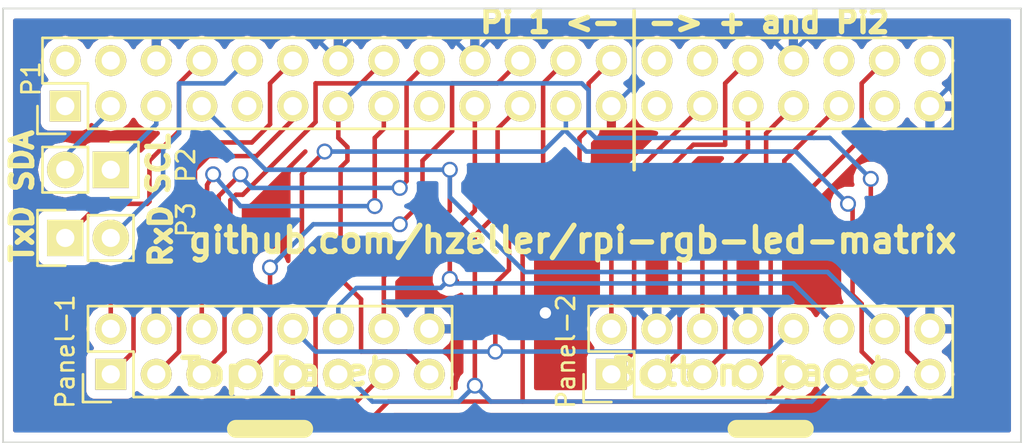
<source format=kicad_pcb>
(kicad_pcb (version 4) (host pcbnew "(2014-jul-16 BZR unknown)-product")

  (general
    (links 42)
    (no_connects 1)
    (area 68.953667 70.465 131.000001 95.300001)
    (thickness 1.6)
    (drawings 16)
    (tracks 285)
    (zones 0)
    (modules 5)
    (nets 35)
  )

  (page A4)
  (layers
    (0 F.Cu signal)
    (31 B.Cu signal)
    (32 B.Adhes user)
    (33 F.Adhes user)
    (34 B.Paste user)
    (35 F.Paste user)
    (36 B.SilkS user)
    (37 F.SilkS user)
    (38 B.Mask user)
    (39 F.Mask user)
    (40 Dwgs.User user)
    (41 Cmts.User user)
    (42 Eco1.User user)
    (43 Eco2.User user)
    (44 Edge.Cuts user)
    (45 Margin user)
    (46 B.CrtYd user)
    (47 F.CrtYd user)
    (48 B.Fab user)
    (49 F.Fab user)
  )

  (setup
    (last_trace_width 0.254)
    (trace_clearance 0.254)
    (zone_clearance 0.508)
    (zone_45_only no)
    (trace_min 0.254)
    (segment_width 0.2)
    (edge_width 0.1)
    (via_size 0.889)
    (via_drill 0.635)
    (via_min_size 0.889)
    (via_min_drill 0.508)
    (uvia_size 0.508)
    (uvia_drill 0.127)
    (uvias_allowed no)
    (uvia_min_size 0.508)
    (uvia_min_drill 0.127)
    (pcb_text_width 0.3)
    (pcb_text_size 1.5 1.5)
    (mod_edge_width 0.15)
    (mod_text_size 1 1)
    (mod_text_width 0.15)
    (pad_size 1.5 1.5)
    (pad_drill 0.6)
    (pad_to_mask_clearance 0)
    (aux_axis_origin 0 0)
    (visible_elements FFFFFF7F)
    (pcbplotparams
      (layerselection 0x010f0_80000001)
      (usegerberextensions false)
      (excludeedgelayer true)
      (linewidth 0.100000)
      (plotframeref false)
      (viasonmask false)
      (mode 1)
      (useauxorigin false)
      (hpglpennumber 1)
      (hpglpenspeed 20)
      (hpglpendiameter 15)
      (hpglpenoverlay 2)
      (psnegative false)
      (psa4output false)
      (plotreference true)
      (plotvalue true)
      (plotinvisibletext false)
      (padsonsilk false)
      (subtractmaskfromsilk false)
      (outputformat 2)
      (mirror false)
      (drillshape 0)
      (scaleselection 1)
      (outputdirectory fab/))
  )

  (net 0 "")
  (net 1 "Net-(P1-Pad1)")
  (net 2 "Net-(P1-Pad3)")
  (net 3 "Net-(P1-Pad5)")
  (net 4 GND)
  (net 5 strobe)
  (net 6 "Net-(P1-Pad8)")
  (net 7 "Net-(P1-Pad9)")
  (net 8 "Net-(P1-Pad10)")
  (net 9 p0_r1)
  (net 10 p0_g1)
  (net 11 OE)
  (net 12 p0_b1)
  (net 13 p0_r2)
  (net 14 "Net-(P1-Pad17)")
  (net 15 p0_g2)
  (net 16 row_D)
  (net 17 row_C)
  (net 18 p0_b2)
  (net 19 clock)
  (net 20 row_B)
  (net 21 row_A)
  (net 22 "Net-(P1-Pad27)")
  (net 23 "Net-(P1-Pad28)")
  (net 24 p1_r1)
  (net 25 "Net-(P1-Pad30)")
  (net 26 p1_g1)
  (net 27 p1_b1)
  (net 28 p1_r2)
  (net 29 p1_g2)
  (net 30 "Net-(P1-Pad36)")
  (net 31 "Net-(P1-Pad37)")
  (net 32 p1_b2)
  (net 33 "Net-(P1-Pad40)")
  (net 34 VCC)

  (net_class Default "This is the default net class."
    (clearance 0.254)
    (trace_width 0.254)
    (via_dia 0.889)
    (via_drill 0.635)
    (uvia_dia 0.508)
    (uvia_drill 0.127)
    (add_net GND)
    (add_net "Net-(P1-Pad1)")
    (add_net "Net-(P1-Pad10)")
    (add_net "Net-(P1-Pad17)")
    (add_net "Net-(P1-Pad27)")
    (add_net "Net-(P1-Pad28)")
    (add_net "Net-(P1-Pad3)")
    (add_net "Net-(P1-Pad30)")
    (add_net "Net-(P1-Pad36)")
    (add_net "Net-(P1-Pad37)")
    (add_net "Net-(P1-Pad40)")
    (add_net "Net-(P1-Pad5)")
    (add_net "Net-(P1-Pad8)")
    (add_net "Net-(P1-Pad9)")
    (add_net OE)
    (add_net VCC)
    (add_net clock)
    (add_net p0_b1)
    (add_net p0_b2)
    (add_net p0_g1)
    (add_net p0_g2)
    (add_net p0_r1)
    (add_net p0_r2)
    (add_net p1_b1)
    (add_net p1_b2)
    (add_net p1_g1)
    (add_net p1_g2)
    (add_net p1_r1)
    (add_net p1_r2)
    (add_net row_A)
    (add_net row_B)
    (add_net row_C)
    (add_net row_D)
    (add_net strobe)
  )

  (net_class Power ""
    (clearance 0.508)
    (trace_width 0.4064)
    (via_dia 0.889)
    (via_drill 0.635)
    (uvia_dia 0.508)
    (uvia_drill 0.127)
  )

  (net_class thin ""
    (clearance 0.254)
    (trace_width 0.254)
    (via_dia 0.889)
    (via_drill 0.635)
    (uvia_dia 0.508)
    (uvia_drill 0.127)
  )

  (module Pin_Headers:Pin_Header_Straight_2x20 (layer F.Cu) (tedit 54F17012) (tstamp 54ED5335)
    (at 77.47 76.454 90)
    (descr "Through hole pin header")
    (tags "pin header")
    (path /54ECB2B7)
    (fp_text reference P1 (at 1.524 -1.905 90) (layer F.SilkS)
      (effects (font (size 1 1) (thickness 0.15)))
    )
    (fp_text value CONN_02X20 (at 0 -3.1 90) (layer F.SilkS) hide
      (effects (font (size 1 1) (thickness 0.15)))
    )
    (fp_line (start -1.75 -1.75) (end -1.75 50.05) (layer F.CrtYd) (width 0.05))
    (fp_line (start 4.3 -1.75) (end 4.3 50.05) (layer F.CrtYd) (width 0.05))
    (fp_line (start -1.75 -1.75) (end 4.3 -1.75) (layer F.CrtYd) (width 0.05))
    (fp_line (start -1.75 50.05) (end 4.3 50.05) (layer F.CrtYd) (width 0.05))
    (fp_line (start 3.81 49.53) (end 3.81 -1.27) (layer F.SilkS) (width 0.15))
    (fp_line (start -1.27 1.27) (end -1.27 49.53) (layer F.SilkS) (width 0.15))
    (fp_line (start 3.81 49.53) (end -1.27 49.53) (layer F.SilkS) (width 0.15))
    (fp_line (start 3.81 -1.27) (end 1.27 -1.27) (layer F.SilkS) (width 0.15))
    (fp_line (start 0 -1.55) (end -1.55 -1.55) (layer F.SilkS) (width 0.15))
    (fp_line (start 1.27 -1.27) (end 1.27 1.27) (layer F.SilkS) (width 0.15))
    (fp_line (start 1.27 1.27) (end -1.27 1.27) (layer F.SilkS) (width 0.15))
    (fp_line (start -1.55 -1.55) (end -1.55 0) (layer F.SilkS) (width 0.15))
    (pad 1 thru_hole rect (at 0 0 90) (size 1.7272 1.7272) (drill 1.016) (layers *.Cu *.Mask F.SilkS)
      (net 1 "Net-(P1-Pad1)"))
    (pad 2 thru_hole oval (at 2.54 0 90) (size 1.7272 1.7272) (drill 1.016) (layers *.Cu *.Mask F.SilkS)
      (net 34 VCC))
    (pad 3 thru_hole oval (at 0 2.54 90) (size 1.7272 1.7272) (drill 1.016) (layers *.Cu *.Mask F.SilkS)
      (net 2 "Net-(P1-Pad3)"))
    (pad 4 thru_hole oval (at 2.54 2.54 90) (size 1.7272 1.7272) (drill 1.016) (layers *.Cu *.Mask F.SilkS)
      (net 34 VCC))
    (pad 5 thru_hole oval (at 0 5.08 90) (size 1.7272 1.7272) (drill 1.016) (layers *.Cu *.Mask F.SilkS)
      (net 3 "Net-(P1-Pad5)"))
    (pad 6 thru_hole oval (at 2.54 5.08 90) (size 1.7272 1.7272) (drill 1.016) (layers *.Cu *.Mask F.SilkS)
      (net 4 GND))
    (pad 7 thru_hole oval (at 0 7.62 90) (size 1.7272 1.7272) (drill 1.016) (layers *.Cu *.Mask F.SilkS)
      (net 5 strobe))
    (pad 8 thru_hole oval (at 2.54 7.62 90) (size 1.7272 1.7272) (drill 1.016) (layers *.Cu *.Mask F.SilkS)
      (net 6 "Net-(P1-Pad8)"))
    (pad 9 thru_hole oval (at 0 10.16 90) (size 1.7272 1.7272) (drill 1.016) (layers *.Cu *.Mask F.SilkS)
      (net 7 "Net-(P1-Pad9)"))
    (pad 10 thru_hole oval (at 2.54 10.16 90) (size 1.7272 1.7272) (drill 1.016) (layers *.Cu *.Mask F.SilkS)
      (net 8 "Net-(P1-Pad10)"))
    (pad 11 thru_hole oval (at 0 12.7 90) (size 1.7272 1.7272) (drill 1.016) (layers *.Cu *.Mask F.SilkS)
      (net 9 p0_r1))
    (pad 12 thru_hole oval (at 2.54 12.7 90) (size 1.7272 1.7272) (drill 1.016) (layers *.Cu *.Mask F.SilkS)
      (net 10 p0_g1))
    (pad 13 thru_hole oval (at 0 15.24 90) (size 1.7272 1.7272) (drill 1.016) (layers *.Cu *.Mask F.SilkS)
      (net 11 OE))
    (pad 14 thru_hole oval (at 2.54 15.24 90) (size 1.7272 1.7272) (drill 1.016) (layers *.Cu *.Mask F.SilkS)
      (net 4 GND))
    (pad 15 thru_hole oval (at 0 17.78 90) (size 1.7272 1.7272) (drill 1.016) (layers *.Cu *.Mask F.SilkS)
      (net 12 p0_b1))
    (pad 16 thru_hole oval (at 2.54 17.78 90) (size 1.7272 1.7272) (drill 1.016) (layers *.Cu *.Mask F.SilkS)
      (net 13 p0_r2))
    (pad 17 thru_hole oval (at 0 20.32 90) (size 1.7272 1.7272) (drill 1.016) (layers *.Cu *.Mask F.SilkS)
      (net 14 "Net-(P1-Pad17)"))
    (pad 18 thru_hole oval (at 2.54 20.32 90) (size 1.7272 1.7272) (drill 1.016) (layers *.Cu *.Mask F.SilkS)
      (net 15 p0_g2))
    (pad 19 thru_hole oval (at 0 22.86 90) (size 1.7272 1.7272) (drill 1.016) (layers *.Cu *.Mask F.SilkS)
      (net 16 row_D))
    (pad 20 thru_hole oval (at 2.54 22.86 90) (size 1.7272 1.7272) (drill 1.016) (layers *.Cu *.Mask F.SilkS)
      (net 4 GND))
    (pad 21 thru_hole oval (at 0 25.4 90) (size 1.7272 1.7272) (drill 1.016) (layers *.Cu *.Mask F.SilkS)
      (net 17 row_C))
    (pad 22 thru_hole oval (at 2.54 25.4 90) (size 1.7272 1.7272) (drill 1.016) (layers *.Cu *.Mask F.SilkS)
      (net 18 p0_b2))
    (pad 23 thru_hole oval (at 0 27.94 90) (size 1.7272 1.7272) (drill 1.016) (layers *.Cu *.Mask F.SilkS)
      (net 19 clock))
    (pad 24 thru_hole oval (at 2.54 27.94 90) (size 1.7272 1.7272) (drill 1.016) (layers *.Cu *.Mask F.SilkS)
      (net 20 row_B))
    (pad 25 thru_hole oval (at 0 30.48 90) (size 1.7272 1.7272) (drill 1.016) (layers *.Cu *.Mask F.SilkS)
      (net 4 GND))
    (pad 26 thru_hole oval (at 2.54 30.48 90) (size 1.7272 1.7272) (drill 1.016) (layers *.Cu *.Mask F.SilkS)
      (net 21 row_A))
    (pad 27 thru_hole oval (at 0 33.02 90) (size 1.7272 1.7272) (drill 1.016) (layers *.Cu *.Mask F.SilkS)
      (net 22 "Net-(P1-Pad27)"))
    (pad 28 thru_hole oval (at 2.54 33.02 90) (size 1.7272 1.7272) (drill 1.016) (layers *.Cu *.Mask F.SilkS)
      (net 23 "Net-(P1-Pad28)"))
    (pad 29 thru_hole oval (at 0 35.56 90) (size 1.7272 1.7272) (drill 1.016) (layers *.Cu *.Mask F.SilkS)
      (net 26 p1_g1))
    (pad 30 thru_hole oval (at 2.54 35.56 90) (size 1.7272 1.7272) (drill 1.016) (layers *.Cu *.Mask F.SilkS)
      (net 25 "Net-(P1-Pad30)"))
    (pad 31 thru_hole oval (at 0 38.1 90) (size 1.7272 1.7272) (drill 1.016) (layers *.Cu *.Mask F.SilkS)
      (net 27 p1_b1))
    (pad 32 thru_hole oval (at 2.54 38.1 90) (size 1.7272 1.7272) (drill 1.016) (layers *.Cu *.Mask F.SilkS)
      (net 24 p1_r1))
    (pad 33 thru_hole oval (at 0 40.64 90) (size 1.7272 1.7272) (drill 1.016) (layers *.Cu *.Mask F.SilkS)
      (net 29 p1_g2))
    (pad 34 thru_hole oval (at 2.54 40.64 90) (size 1.7272 1.7272) (drill 1.016) (layers *.Cu *.Mask F.SilkS)
      (net 4 GND))
    (pad 35 thru_hole oval (at 0 43.18 90) (size 1.7272 1.7272) (drill 1.016) (layers *.Cu *.Mask F.SilkS)
      (net 28 p1_r2))
    (pad 36 thru_hole oval (at 2.54 43.18 90) (size 1.7272 1.7272) (drill 1.016) (layers *.Cu *.Mask F.SilkS)
      (net 30 "Net-(P1-Pad36)"))
    (pad 37 thru_hole oval (at 0 45.72 90) (size 1.7272 1.7272) (drill 1.016) (layers *.Cu *.Mask F.SilkS)
      (net 31 "Net-(P1-Pad37)"))
    (pad 38 thru_hole oval (at 2.54 45.72 90) (size 1.7272 1.7272) (drill 1.016) (layers *.Cu *.Mask F.SilkS)
      (net 32 p1_b2))
    (pad 39 thru_hole oval (at 0 48.26 90) (size 1.7272 1.7272) (drill 1.016) (layers *.Cu *.Mask F.SilkS)
      (net 4 GND))
    (pad 40 thru_hole oval (at 2.54 48.26 90) (size 1.7272 1.7272) (drill 1.016) (layers *.Cu *.Mask F.SilkS)
      (net 33 "Net-(P1-Pad40)"))
    (model Pin_Headers/Pin_Header_Straight_2x20.wrl
      (at (xyz 0.05 -0.95 0))
      (scale (xyz 1 1 1))
      (rotate (xyz 0 0 90))
    )
  )

  (module Pin_Headers:Pin_Header_Straight_2x08 (layer F.Cu) (tedit 54F16C68) (tstamp 54ECBEF4)
    (at 80.01 91.44 90)
    (descr "Through hole pin header")
    (tags "pin header")
    (path /54ECB236)
    (fp_text reference Panel-1 (at 1.27 -2.54 270) (layer F.SilkS)
      (effects (font (size 1 1) (thickness 0.15)))
    )
    (fp_text value CONN_02X08 (at 0 -3.1 90) (layer F.SilkS) hide
      (effects (font (size 1 1) (thickness 0.15)))
    )
    (fp_line (start -1.75 -1.75) (end -1.75 19.55) (layer F.CrtYd) (width 0.05))
    (fp_line (start 4.3 -1.75) (end 4.3 19.55) (layer F.CrtYd) (width 0.05))
    (fp_line (start -1.75 -1.75) (end 4.3 -1.75) (layer F.CrtYd) (width 0.05))
    (fp_line (start -1.75 19.55) (end 4.3 19.55) (layer F.CrtYd) (width 0.05))
    (fp_line (start 3.81 19.05) (end 3.81 -1.27) (layer F.SilkS) (width 0.15))
    (fp_line (start -1.27 1.27) (end -1.27 19.05) (layer F.SilkS) (width 0.15))
    (fp_line (start 3.81 19.05) (end -1.27 19.05) (layer F.SilkS) (width 0.15))
    (fp_line (start 3.81 -1.27) (end 1.27 -1.27) (layer F.SilkS) (width 0.15))
    (fp_line (start 0 -1.55) (end -1.55 -1.55) (layer F.SilkS) (width 0.15))
    (fp_line (start 1.27 -1.27) (end 1.27 1.27) (layer F.SilkS) (width 0.15))
    (fp_line (start 1.27 1.27) (end -1.27 1.27) (layer F.SilkS) (width 0.15))
    (fp_line (start -1.55 -1.55) (end -1.55 0) (layer F.SilkS) (width 0.15))
    (pad 1 thru_hole rect (at 0 0 90) (size 1.7272 1.7272) (drill 1.016) (layers *.Cu *.Mask F.SilkS)
      (net 9 p0_r1))
    (pad 2 thru_hole oval (at 2.54 0 90) (size 1.7272 1.7272) (drill 1.016) (layers *.Cu *.Mask F.SilkS)
      (net 10 p0_g1))
    (pad 3 thru_hole oval (at 0 2.54 90) (size 1.7272 1.7272) (drill 1.016) (layers *.Cu *.Mask F.SilkS)
      (net 12 p0_b1))
    (pad 4 thru_hole oval (at 2.54 2.54 90) (size 1.7272 1.7272) (drill 1.016) (layers *.Cu *.Mask F.SilkS)
      (net 4 GND))
    (pad 5 thru_hole oval (at 0 5.08 90) (size 1.7272 1.7272) (drill 1.016) (layers *.Cu *.Mask F.SilkS)
      (net 13 p0_r2))
    (pad 6 thru_hole oval (at 2.54 5.08 90) (size 1.7272 1.7272) (drill 1.016) (layers *.Cu *.Mask F.SilkS)
      (net 15 p0_g2))
    (pad 7 thru_hole oval (at 0 7.62 90) (size 1.7272 1.7272) (drill 1.016) (layers *.Cu *.Mask F.SilkS)
      (net 18 p0_b2))
    (pad 8 thru_hole oval (at 2.54 7.62 90) (size 1.7272 1.7272) (drill 1.016) (layers *.Cu *.Mask F.SilkS)
      (net 4 GND))
    (pad 9 thru_hole oval (at 0 10.16 90) (size 1.7272 1.7272) (drill 1.016) (layers *.Cu *.Mask F.SilkS)
      (net 21 row_A))
    (pad 10 thru_hole oval (at 2.54 10.16 90) (size 1.7272 1.7272) (drill 1.016) (layers *.Cu *.Mask F.SilkS)
      (net 20 row_B))
    (pad 11 thru_hole oval (at 0 12.7 90) (size 1.7272 1.7272) (drill 1.016) (layers *.Cu *.Mask F.SilkS)
      (net 17 row_C))
    (pad 12 thru_hole oval (at 2.54 12.7 90) (size 1.7272 1.7272) (drill 1.016) (layers *.Cu *.Mask F.SilkS)
      (net 16 row_D))
    (pad 13 thru_hole oval (at 0 15.24 90) (size 1.7272 1.7272) (drill 1.016) (layers *.Cu *.Mask F.SilkS)
      (net 19 clock))
    (pad 14 thru_hole oval (at 2.54 15.24 90) (size 1.7272 1.7272) (drill 1.016) (layers *.Cu *.Mask F.SilkS)
      (net 5 strobe))
    (pad 15 thru_hole oval (at 0 17.78 90) (size 1.7272 1.7272) (drill 1.016) (layers *.Cu *.Mask F.SilkS)
      (net 11 OE))
    (pad 16 thru_hole oval (at 2.54 17.78 90) (size 1.7272 1.7272) (drill 1.016) (layers *.Cu *.Mask F.SilkS)
      (net 4 GND))
    (model Pin_Headers/Pin_Header_Straight_2x08.wrl
      (at (xyz 0.05 -0.35 0))
      (scale (xyz 1 1 1))
      (rotate (xyz 0 0 90))
    )
  )

  (module Pin_Headers:Pin_Header_Straight_2x08 (layer F.Cu) (tedit 54F16C70) (tstamp 54ECBF13)
    (at 107.95 91.44 90)
    (descr "Through hole pin header")
    (tags "pin header")
    (path /54ECE201)
    (fp_text reference Panel-2 (at 1.27 -2.54 270) (layer F.SilkS)
      (effects (font (size 1 1) (thickness 0.15)))
    )
    (fp_text value CONN_02X08 (at 0 -3.1 90) (layer F.SilkS) hide
      (effects (font (size 1 1) (thickness 0.15)))
    )
    (fp_line (start -1.75 -1.75) (end -1.75 19.55) (layer F.CrtYd) (width 0.05))
    (fp_line (start 4.3 -1.75) (end 4.3 19.55) (layer F.CrtYd) (width 0.05))
    (fp_line (start -1.75 -1.75) (end 4.3 -1.75) (layer F.CrtYd) (width 0.05))
    (fp_line (start -1.75 19.55) (end 4.3 19.55) (layer F.CrtYd) (width 0.05))
    (fp_line (start 3.81 19.05) (end 3.81 -1.27) (layer F.SilkS) (width 0.15))
    (fp_line (start -1.27 1.27) (end -1.27 19.05) (layer F.SilkS) (width 0.15))
    (fp_line (start 3.81 19.05) (end -1.27 19.05) (layer F.SilkS) (width 0.15))
    (fp_line (start 3.81 -1.27) (end 1.27 -1.27) (layer F.SilkS) (width 0.15))
    (fp_line (start 0 -1.55) (end -1.55 -1.55) (layer F.SilkS) (width 0.15))
    (fp_line (start 1.27 -1.27) (end 1.27 1.27) (layer F.SilkS) (width 0.15))
    (fp_line (start 1.27 1.27) (end -1.27 1.27) (layer F.SilkS) (width 0.15))
    (fp_line (start -1.55 -1.55) (end -1.55 0) (layer F.SilkS) (width 0.15))
    (pad 1 thru_hole rect (at 0 0 90) (size 1.7272 1.7272) (drill 1.016) (layers *.Cu *.Mask F.SilkS)
      (net 24 p1_r1))
    (pad 2 thru_hole oval (at 2.54 0 90) (size 1.7272 1.7272) (drill 1.016) (layers *.Cu *.Mask F.SilkS)
      (net 26 p1_g1))
    (pad 3 thru_hole oval (at 0 2.54 90) (size 1.7272 1.7272) (drill 1.016) (layers *.Cu *.Mask F.SilkS)
      (net 27 p1_b1))
    (pad 4 thru_hole oval (at 2.54 2.54 90) (size 1.7272 1.7272) (drill 1.016) (layers *.Cu *.Mask F.SilkS)
      (net 4 GND))
    (pad 5 thru_hole oval (at 0 5.08 90) (size 1.7272 1.7272) (drill 1.016) (layers *.Cu *.Mask F.SilkS)
      (net 28 p1_r2))
    (pad 6 thru_hole oval (at 2.54 5.08 90) (size 1.7272 1.7272) (drill 1.016) (layers *.Cu *.Mask F.SilkS)
      (net 29 p1_g2))
    (pad 7 thru_hole oval (at 0 7.62 90) (size 1.7272 1.7272) (drill 1.016) (layers *.Cu *.Mask F.SilkS)
      (net 32 p1_b2))
    (pad 8 thru_hole oval (at 2.54 7.62 90) (size 1.7272 1.7272) (drill 1.016) (layers *.Cu *.Mask F.SilkS)
      (net 4 GND))
    (pad 9 thru_hole oval (at 0 10.16 90) (size 1.7272 1.7272) (drill 1.016) (layers *.Cu *.Mask F.SilkS)
      (net 21 row_A))
    (pad 10 thru_hole oval (at 2.54 10.16 90) (size 1.7272 1.7272) (drill 1.016) (layers *.Cu *.Mask F.SilkS)
      (net 20 row_B))
    (pad 11 thru_hole oval (at 0 12.7 90) (size 1.7272 1.7272) (drill 1.016) (layers *.Cu *.Mask F.SilkS)
      (net 17 row_C))
    (pad 12 thru_hole oval (at 2.54 12.7 90) (size 1.7272 1.7272) (drill 1.016) (layers *.Cu *.Mask F.SilkS)
      (net 16 row_D))
    (pad 13 thru_hole oval (at 0 15.24 90) (size 1.7272 1.7272) (drill 1.016) (layers *.Cu *.Mask F.SilkS)
      (net 19 clock))
    (pad 14 thru_hole oval (at 2.54 15.24 90) (size 1.7272 1.7272) (drill 1.016) (layers *.Cu *.Mask F.SilkS)
      (net 5 strobe))
    (pad 15 thru_hole oval (at 0 17.78 90) (size 1.7272 1.7272) (drill 1.016) (layers *.Cu *.Mask F.SilkS)
      (net 11 OE))
    (pad 16 thru_hole oval (at 2.54 17.78 90) (size 1.7272 1.7272) (drill 1.016) (layers *.Cu *.Mask F.SilkS)
      (net 4 GND))
    (model Pin_Headers/Pin_Header_Straight_2x08.wrl
      (at (xyz 0.05 -0.35 0))
      (scale (xyz 1 1 1))
      (rotate (xyz 0 0 90))
    )
  )

  (module Pin_Headers:Pin_Header_Straight_1x02 (layer F.Cu) (tedit 54F2D764) (tstamp 54ED7AA2)
    (at 80.01 80.01 270)
    (descr "Through hole pin header")
    (tags "pin header")
    (path /54ECE3B2)
    (fp_text reference P2 (at -0.254 -4.191 270) (layer F.SilkS)
      (effects (font (size 1 1) (thickness 0.15)))
    )
    (fp_text value CONN_01X02 (at 0 -3.1 270) (layer F.SilkS) hide
      (effects (font (size 1 1) (thickness 0.15)))
    )
    (fp_line (start 1.27 1.27) (end 1.27 3.81) (layer F.SilkS) (width 0.15))
    (fp_line (start 1.55 -1.55) (end 1.55 0) (layer F.SilkS) (width 0.15))
    (fp_line (start -1.75 -1.75) (end -1.75 4.3) (layer F.CrtYd) (width 0.05))
    (fp_line (start 1.75 -1.75) (end 1.75 4.3) (layer F.CrtYd) (width 0.05))
    (fp_line (start -1.75 -1.75) (end 1.75 -1.75) (layer F.CrtYd) (width 0.05))
    (fp_line (start -1.75 4.3) (end 1.75 4.3) (layer F.CrtYd) (width 0.05))
    (fp_line (start 1.27 1.27) (end -1.27 1.27) (layer F.SilkS) (width 0.15))
    (fp_line (start -1.55 0) (end -1.55 -1.55) (layer F.SilkS) (width 0.15))
    (fp_line (start -1.55 -1.55) (end 1.55 -1.55) (layer F.SilkS) (width 0.15))
    (fp_line (start -1.27 1.27) (end -1.27 3.81) (layer F.SilkS) (width 0.15))
    (fp_line (start -1.27 3.81) (end 1.27 3.81) (layer F.SilkS) (width 0.15))
    (pad 1 thru_hole rect (at 0 0 270) (size 2.032 2.032) (drill 1.016) (layers *.Cu *.Mask F.SilkS)
      (net 3 "Net-(P1-Pad5)"))
    (pad 2 thru_hole oval (at 0 2.54 270) (size 2.032 2.032) (drill 1.016) (layers *.Cu *.Mask F.SilkS)
      (net 2 "Net-(P1-Pad3)"))
    (model Pin_Headers/Pin_Header_Straight_1x02.wrl
      (at (xyz 0 -0.05 0))
      (scale (xyz 1 1 1))
      (rotate (xyz 0 0 90))
    )
  )

  (module Pin_Headers:Pin_Header_Straight_1x02 (layer F.Cu) (tedit 54F2D769) (tstamp 54ED7AB3)
    (at 77.47 83.82 90)
    (descr "Through hole pin header")
    (tags "pin header")
    (path /54ECE47C)
    (fp_text reference P3 (at 1.016 6.731 90) (layer F.SilkS)
      (effects (font (size 1 1) (thickness 0.15)))
    )
    (fp_text value CONN_01X02 (at 0 -3.1 90) (layer F.SilkS) hide
      (effects (font (size 1 1) (thickness 0.15)))
    )
    (fp_line (start 1.27 1.27) (end 1.27 3.81) (layer F.SilkS) (width 0.15))
    (fp_line (start 1.55 -1.55) (end 1.55 0) (layer F.SilkS) (width 0.15))
    (fp_line (start -1.75 -1.75) (end -1.75 4.3) (layer F.CrtYd) (width 0.05))
    (fp_line (start 1.75 -1.75) (end 1.75 4.3) (layer F.CrtYd) (width 0.05))
    (fp_line (start -1.75 -1.75) (end 1.75 -1.75) (layer F.CrtYd) (width 0.05))
    (fp_line (start -1.75 4.3) (end 1.75 4.3) (layer F.CrtYd) (width 0.05))
    (fp_line (start 1.27 1.27) (end -1.27 1.27) (layer F.SilkS) (width 0.15))
    (fp_line (start -1.55 0) (end -1.55 -1.55) (layer F.SilkS) (width 0.15))
    (fp_line (start -1.55 -1.55) (end 1.55 -1.55) (layer F.SilkS) (width 0.15))
    (fp_line (start -1.27 1.27) (end -1.27 3.81) (layer F.SilkS) (width 0.15))
    (fp_line (start -1.27 3.81) (end 1.27 3.81) (layer F.SilkS) (width 0.15))
    (pad 1 thru_hole rect (at 0 0 90) (size 2.032 2.032) (drill 1.016) (layers *.Cu *.Mask F.SilkS)
      (net 6 "Net-(P1-Pad8)"))
    (pad 2 thru_hole oval (at 0 2.54 90) (size 2.032 2.032) (drill 1.016) (layers *.Cu *.Mask F.SilkS)
      (net 8 "Net-(P1-Pad10)"))
    (model Pin_Headers/Pin_Header_Straight_1x02.wrl
      (at (xyz 0 -0.05 0))
      (scale (xyz 1 1 1))
      (rotate (xyz 0 0 90))
    )
  )

  (gr_text "-> + and Pi2" (at 109.855 71.755) (layer F.SilkS)
    (effects (font (size 1.2 1.2) (thickness 0.3)) (justify left))
  )
  (gr_text "Pi 1 <-" (at 108.585 71.755) (layer F.SilkS)
    (effects (font (size 1.2 1.2) (thickness 0.3)) (justify right))
  )
  (gr_line (start 86.995 94.488) (end 90.805 94.488) (angle 90) (layer F.SilkS) (width 1))
  (gr_line (start 114.935 94.488) (end 118.745 94.488) (angle 90) (layer F.SilkS) (width 1))
  (gr_text "Bottom Panel" (at 115.57 91.313) (layer F.SilkS)
    (effects (font (size 1.5 1.5) (thickness 0.3)))
  )
  (gr_text "Top Panel" (at 89.535 91.313) (layer F.SilkS)
    (effects (font (size 1.5 1.5) (thickness 0.3)))
  )
  (gr_text github.com/hzeller/rpi-rgb-led-matrix (at 105.791 83.947) (layer F.SilkS)
    (effects (font (size 1.4 1.4) (thickness 0.3)))
  )
  (gr_text RxD (at 82.804 85.598 90) (layer F.SilkS)
    (effects (font (size 1.2 1.2) (thickness 0.3)) (justify left))
  )
  (gr_text TxD (at 75.057 85.344 90) (layer F.SilkS)
    (effects (font (size 1.2 1.2) (thickness 0.3)) (justify left))
  )
  (gr_text "SCL\n" (at 82.677 81.534 90) (layer F.SilkS)
    (effects (font (size 1.2 1.2) (thickness 0.3)) (justify left))
  )
  (gr_text SDA (at 75.057 81.407 90) (layer F.SilkS)
    (effects (font (size 1.2 1.2) (thickness 0.3)) (justify left))
  )
  (gr_line (start 74 95.25) (end 74 71) (angle 90) (layer Edge.Cuts) (width 0.1))
  (gr_line (start 130.81 95.25) (end 74 95.25) (angle 90) (layer Edge.Cuts) (width 0.1))
  (gr_line (start 130.81 71) (end 130.81 95.25) (angle 90) (layer Edge.Cuts) (width 0.1))
  (gr_line (start 74 71) (end 130.81 71) (angle 90) (layer Edge.Cuts) (width 0.1))
  (gr_line (start 109.22 71.12) (end 109.22 80.01) (angle 90) (layer F.SilkS) (width 0.2))

  (segment (start 80.01 76.454) (end 80.01 76.708) (width 0.254) (layer B.Cu) (net 2))
  (segment (start 80.01 76.708) (end 77.47 79.248) (width 0.254) (layer B.Cu) (net 2) (tstamp 54F2D4AF))
  (segment (start 77.47 79.248) (end 77.47 80.01) (width 0.254) (layer B.Cu) (net 2) (tstamp 54F2D4B1))
  (segment (start 82.55 76.454) (end 82.55 77.47) (width 0.254) (layer B.Cu) (net 3))
  (segment (start 82.55 77.47) (end 80.01 80.01) (width 0.254) (layer B.Cu) (net 3) (tstamp 54F2D4B4))
  (segment (start 107.95 76.454) (end 107.95 79.629) (width 0.254) (layer F.Cu) (net 4))
  (via (at 104.267 88.011) (size 0.889) (layers F.Cu B.Cu) (net 4))
  (segment (start 104.267 83.312) (end 104.267 88.011) (width 0.254) (layer F.Cu) (net 4) (tstamp 54F2D502))
  (segment (start 107.95 79.629) (end 104.267 83.312) (width 0.254) (layer F.Cu) (net 4) (tstamp 54F2D4FE))
  (segment (start 108.077 76.454) (end 107.95 76.454) (width 0.254) (layer B.Cu) (net 4) (tstamp 54F15550))
  (segment (start 101.473 72.39) (end 109.22 72.39) (width 0.254) (layer B.Cu) (net 4) (tstamp 54F15544))
  (segment (start 109.22 72.39) (end 109.22 75.311) (width 0.254) (layer B.Cu) (net 4) (tstamp 54F15557))
  (segment (start 109.22 72.39) (end 109.22 72.39) (width 0.254) (layer B.Cu) (net 4) (tstamp 54F15549))
  (segment (start 109.22 75.311) (end 108.077 76.454) (width 0.254) (layer B.Cu) (net 4) (tstamp 54F1554C))
  (segment (start 100.33 73.533) (end 101.473 72.39) (width 0.254) (layer B.Cu) (net 4) (tstamp 54F15541))
  (segment (start 100.33 73.914) (end 100.33 73.533) (width 0.254) (layer B.Cu) (net 4))
  (segment (start 116.586 72.39) (end 118.11 73.914) (width 0.254) (layer B.Cu) (net 4) (tstamp 54F15559))
  (segment (start 109.22 72.39) (end 116.586 72.39) (width 0.254) (layer B.Cu) (net 4))
  (segment (start 119.126 72.39) (end 127.127 72.39) (width 0.254) (layer B.Cu) (net 4) (tstamp 54F1555E))
  (segment (start 127.127 72.39) (end 127.254 72.517) (width 0.254) (layer B.Cu) (net 4) (tstamp 54F15562))
  (segment (start 127.254 72.517) (end 127.254 74.93) (width 0.254) (layer B.Cu) (net 4) (tstamp 54F15565))
  (segment (start 127.254 74.93) (end 125.73 76.454) (width 0.254) (layer B.Cu) (net 4) (tstamp 54F15569))
  (segment (start 118.11 73.406) (end 119.126 72.39) (width 0.254) (layer B.Cu) (net 4) (tstamp 54F1555D))
  (segment (start 118.11 73.914) (end 118.11 73.406) (width 0.254) (layer B.Cu) (net 4))
  (segment (start 82.55 72.898) (end 83.058 72.39) (width 0.254) (layer B.Cu) (net 4) (tstamp 54F1557B))
  (segment (start 83.058 72.39) (end 91.186 72.39) (width 0.254) (layer B.Cu) (net 4) (tstamp 54F1557E))
  (segment (start 91.186 72.39) (end 92.71 73.914) (width 0.254) (layer B.Cu) (net 4) (tstamp 54F15583))
  (segment (start 82.55 73.914) (end 82.55 72.898) (width 0.254) (layer B.Cu) (net 4))
  (segment (start 93.726 72.39) (end 98.679 72.39) (width 0.254) (layer B.Cu) (net 4) (tstamp 54F1558F))
  (segment (start 92.71 73.406) (end 93.726 72.39) (width 0.254) (layer B.Cu) (net 4) (tstamp 54F1558D))
  (segment (start 92.71 73.914) (end 92.71 73.406) (width 0.254) (layer B.Cu) (net 4))
  (segment (start 98.806 72.39) (end 100.33 73.914) (width 0.254) (layer B.Cu) (net 4) (tstamp 54F1559C))
  (segment (start 98.679 72.39) (end 98.806 72.39) (width 0.254) (layer B.Cu) (net 4))
  (segment (start 82.55 87.376) (end 83.312 86.614) (width 0.4064) (layer B.Cu) (net 4) (tstamp 54F166B9))
  (segment (start 83.312 86.614) (end 87.757 86.614) (width 0.4064) (layer B.Cu) (net 4) (tstamp 54F166BB))
  (segment (start 82.55 88.9) (end 82.55 87.376) (width 0.4064) (layer B.Cu) (net 4))
  (segment (start 87.757 88.773) (end 87.63 88.9) (width 0.4064) (layer B.Cu) (net 4) (tstamp 54F166C2))
  (segment (start 87.757 86.614) (end 87.757 88.773) (width 0.4064) (layer B.Cu) (net 4))
  (segment (start 125.73 86.995) (end 125.73 76.454) (width 0.4064) (layer B.Cu) (net 4) (tstamp 54F166E5))
  (segment (start 125.73 86.233) (end 125.73 88.9) (width 0.4064) (layer B.Cu) (net 4) (tstamp 54F166EC))
  (segment (start 103.378 88.9) (end 104.267 88.011) (width 0.4064) (layer B.Cu) (net 4) (tstamp 54F166FE))
  (segment (start 97.79 88.9) (end 103.378 88.9) (width 0.4064) (layer B.Cu) (net 4))
  (segment (start 105.079798 87.198202) (end 108.788202 87.198202) (width 0.4064) (layer B.Cu) (net 4) (tstamp 54F16782))
  (segment (start 104.267 88.011) (end 105.079798 87.198202) (width 0.4064) (layer B.Cu) (net 4))
  (segment (start 108.788202 87.198202) (end 110.49 88.9) (width 0.4064) (layer B.Cu) (net 4) (tstamp 54F16784))
  (segment (start 112.191798 87.198202) (end 113.868202 87.198202) (width 0.4064) (layer B.Cu) (net 4) (tstamp 54F1678B))
  (segment (start 113.868202 87.198202) (end 115.57 88.9) (width 0.4064) (layer B.Cu) (net 4) (tstamp 54F16793))
  (segment (start 110.49 88.9) (end 112.191798 87.198202) (width 0.4064) (layer B.Cu) (net 4))
  (segment (start 98.933 80.01) (end 98.933 81.534) (width 0.254) (layer B.Cu) (net 5))
  (segment (start 103.124 85.725) (end 120.015 85.725) (width 0.254) (layer B.Cu) (net 5) (tstamp 54F15EC6))
  (segment (start 102.616 85.217) (end 103.124 85.725) (width 0.254) (layer B.Cu) (net 5) (tstamp 54F15EC5))
  (segment (start 120.015 85.725) (end 123.19 88.9) (width 0.254) (layer B.Cu) (net 5) (tstamp 54F15ECA))
  (segment (start 98.933 81.534) (end 102.616 85.217) (width 0.254) (layer B.Cu) (net 5) (tstamp 54F2D2C7))
  (segment (start 98.933 80.01) (end 98.933 82.296) (width 0.254) (layer F.Cu) (net 5))
  (segment (start 88.646 80.01) (end 98.933 80.01) (width 0.254) (layer B.Cu) (net 5) (tstamp 54F14AF5))
  (via (at 98.933 80.01) (size 0.889) (layers F.Cu B.Cu) (net 5))
  (segment (start 85.09 76.454) (end 87.503 78.867) (width 0.254) (layer B.Cu) (net 5))
  (segment (start 87.503 78.867) (end 88.646 80.01) (width 0.254) (layer B.Cu) (net 5))
  (segment (start 95.25 85.979) (end 95.25 88.9) (width 0.254) (layer F.Cu) (net 5) (tstamp 54F2D209))
  (segment (start 98.933 82.296) (end 95.25 85.979) (width 0.254) (layer F.Cu) (net 5) (tstamp 54F2D202))
  (segment (start 83.82 77.851) (end 82.169 79.502) (width 0.254) (layer F.Cu) (net 6))
  (segment (start 83.82 75.184) (end 83.82 77.851) (width 0.254) (layer F.Cu) (net 6) (tstamp 54F15279))
  (segment (start 85.09 73.914) (end 83.82 75.184) (width 0.254) (layer F.Cu) (net 6))
  (segment (start 79.375 81.915) (end 77.47 83.82) (width 0.254) (layer F.Cu) (net 6) (tstamp 54F2D4D5))
  (segment (start 82.042 81.915) (end 79.375 81.915) (width 0.254) (layer F.Cu) (net 6) (tstamp 54F2D4D3))
  (segment (start 82.169 81.788) (end 82.042 81.915) (width 0.254) (layer F.Cu) (net 6) (tstamp 54F2D4CF))
  (segment (start 82.169 79.502) (end 82.169 81.788) (width 0.254) (layer F.Cu) (net 6) (tstamp 54F2D4C7))
  (segment (start 82.931 78.867) (end 82.931 80.899) (width 0.254) (layer B.Cu) (net 8))
  (segment (start 86.36 75.184) (end 83.82 75.184) (width 0.254) (layer B.Cu) (net 8) (tstamp 54F15246))
  (segment (start 83.82 75.184) (end 83.82 77.978) (width 0.254) (layer B.Cu) (net 8) (tstamp 54F1524A))
  (segment (start 83.82 77.978) (end 82.931 78.867) (width 0.254) (layer B.Cu) (net 8) (tstamp 54F1524D))
  (segment (start 87.63 73.914) (end 86.36 75.184) (width 0.254) (layer B.Cu) (net 8))
  (segment (start 82.931 80.899) (end 80.01 83.82) (width 0.254) (layer B.Cu) (net 8) (tstamp 54F2D4BA))
  (segment (start 84.7725 79.9465) (end 84.709 80.01) (width 0.254) (layer F.Cu) (net 9))
  (segment (start 81.28 86.487) (end 81.28 90.17) (width 0.254) (layer F.Cu) (net 9) (tstamp 54F157B6))
  (segment (start 81.28 90.17) (end 80.01 91.44) (width 0.254) (layer F.Cu) (net 9) (tstamp 54F157B8))
  (segment (start 84.709 83.058) (end 81.28 86.487) (width 0.254) (layer F.Cu) (net 9) (tstamp 54F2D0D1))
  (segment (start 84.709 80.01) (end 84.709 83.058) (width 0.254) (layer F.Cu) (net 9) (tstamp 54F2D0CA))
  (segment (start 90.17 76.454) (end 90.17 77.216) (width 0.254) (layer F.Cu) (net 9))
  (segment (start 88.138 79.248) (end 90.17 77.216) (width 0.254) (layer F.Cu) (net 9) (tstamp 54F132C8))
  (segment (start 88.138 79.248) (end 85.471 79.248) (width 0.254) (layer F.Cu) (net 9) (tstamp 54F132D1))
  (segment (start 85.471 79.248) (end 84.7725 79.9465) (width 0.254) (layer F.Cu) (net 9) (tstamp 54F132D4))
  (segment (start 84.7725 79.9465) (end 84.735 79.984) (width 0.254) (layer F.Cu) (net 9) (tstamp 54F2D0C8))
  (segment (start 84.085 79.11) (end 84.085 82.412) (width 0.254) (layer F.Cu) (net 10))
  (segment (start 80.01 88.9) (end 80.01 86.36) (width 0.254) (layer F.Cu) (net 10) (tstamp 54F157AF))
  (segment (start 88.9 75.184) (end 88.9 77.47) (width 0.254) (layer F.Cu) (net 10) (tstamp 54F13286))
  (segment (start 88.9 77.47) (end 87.884 78.486) (width 0.254) (layer F.Cu) (net 10) (tstamp 54F1328D))
  (segment (start 87.884 78.486) (end 84.709 78.486) (width 0.254) (layer F.Cu) (net 10) (tstamp 54F132A9))
  (segment (start 84.709 78.486) (end 84.085 79.11) (width 0.254) (layer F.Cu) (net 10) (tstamp 54F132B5))
  (segment (start 88.9 75.184) (end 90.17 73.914) (width 0.254) (layer F.Cu) (net 10))
  (segment (start 83.958 82.412) (end 80.01 86.36) (width 0.254) (layer F.Cu) (net 10) (tstamp 54F2D0BC))
  (segment (start 84.085 82.412) (end 83.958 82.412) (width 0.254) (layer F.Cu) (net 10) (tstamp 54F2D0B5))
  (segment (start 122.428 85.725) (end 122.428 80.518) (width 0.254) (layer F.Cu) (net 11))
  (segment (start 124.46 87.757) (end 124.46 90.17) (width 0.254) (layer F.Cu) (net 11) (tstamp 54F15853))
  (segment (start 122.428 85.725) (end 124.46 87.757) (width 0.254) (layer F.Cu) (net 11) (tstamp 54F15850))
  (segment (start 125.73 91.44) (end 124.46 90.17) (width 0.254) (layer F.Cu) (net 11) (tstamp 54F15857))
  (segment (start 106.68 77.851) (end 107.061 78.232) (width 0.254) (layer B.Cu) (net 11) (tstamp 54F14A27))
  (segment (start 107.061 78.232) (end 119.253 78.232) (width 0.254) (layer B.Cu) (net 11) (tstamp 54F14A29))
  (segment (start 106.299 75.184) (end 106.68 75.565) (width 0.254) (layer B.Cu) (net 11) (tstamp 54EDF9E8))
  (segment (start 93.98 75.184) (end 92.71 76.454) (width 0.254) (layer B.Cu) (net 11))
  (segment (start 93.98 75.184) (end 106.299 75.184) (width 0.254) (layer B.Cu) (net 11))
  (segment (start 106.68 75.565) (end 106.68 77.851) (width 0.254) (layer B.Cu) (net 11))
  (segment (start 120.142 78.232) (end 119.253 78.232) (width 0.254) (layer B.Cu) (net 11) (tstamp 54F2D414))
  (segment (start 122.428 80.518) (end 120.142 78.232) (width 0.254) (layer B.Cu) (net 11) (tstamp 54F2D413))
  (via (at 122.428 80.518) (size 0.889) (layers F.Cu B.Cu) (net 11))
  (segment (start 92.837 79.883) (end 92.837 86.106) (width 0.254) (layer F.Cu) (net 11))
  (segment (start 92.71 78.232) (end 93.218 78.74) (width 0.254) (layer F.Cu) (net 11) (tstamp 54F14AD8))
  (segment (start 92.71 76.454) (end 92.71 78.232) (width 0.254) (layer F.Cu) (net 11))
  (segment (start 93.218 79.502) (end 93.218 78.74) (width 0.254) (layer F.Cu) (net 11) (tstamp 54F14DE0))
  (segment (start 92.837 79.883) (end 93.218 79.502) (width 0.254) (layer F.Cu) (net 11) (tstamp 54F14DDD))
  (segment (start 96.52 90.17) (end 93.98 90.17) (width 0.254) (layer F.Cu) (net 11) (tstamp 54F1595C))
  (segment (start 93.98 90.17) (end 93.98 87.249) (width 0.254) (layer F.Cu) (net 11) (tstamp 54F15960))
  (segment (start 93.98 87.249) (end 93.091 86.36) (width 0.254) (layer F.Cu) (net 11) (tstamp 54F15967))
  (segment (start 96.52 90.17) (end 97.79 91.44) (width 0.254) (layer F.Cu) (net 11))
  (segment (start 92.837 86.106) (end 93.091 86.36) (width 0.254) (layer F.Cu) (net 11) (tstamp 54F2D1BD))
  (segment (start 92.71 76.454) (end 92.71 77.216) (width 0.254) (layer B.Cu) (net 11))
  (segment (start 83.82 85.725) (end 85.385 84.16) (width 0.254) (layer F.Cu) (net 12))
  (segment (start 83.82 85.725) (end 83.82 90.17) (width 0.254) (layer F.Cu) (net 12) (tstamp 54F157BD))
  (segment (start 82.55 91.44) (end 83.82 90.17) (width 0.254) (layer F.Cu) (net 12) (tstamp 54F157BE))
  (segment (start 95.25 77.724) (end 94.742 78.232) (width 0.254) (layer F.Cu) (net 12) (tstamp 54F14B87))
  (segment (start 94.742 78.232) (end 94.742 82.042) (width 0.254) (layer F.Cu) (net 12) (tstamp 54F14B8B))
  (via (at 94.742 82.042) (size 0.889) (layers F.Cu B.Cu) (net 12))
  (segment (start 94.742 82.042) (end 87.249 82.042) (width 0.254) (layer B.Cu) (net 12) (tstamp 54F14B90))
  (segment (start 87.249 82.042) (end 85.725 80.264) (width 0.254) (layer B.Cu) (net 12) (tstamp 54F14B91))
  (via (at 85.725 80.264) (size 0.889) (layers F.Cu B.Cu) (net 12))
  (segment (start 95.25 77.724) (end 95.25 76.454) (width 0.254) (layer F.Cu) (net 12))
  (segment (start 85.385 80.858) (end 85.725 80.264) (width 0.254) (layer F.Cu) (net 12) (tstamp 54F14C6F))
  (segment (start 85.385 84.16) (end 85.385 80.858) (width 0.254) (layer F.Cu) (net 12) (tstamp 54F2D0DB))
  (segment (start 86.685 81.717) (end 86.685 85.781) (width 0.254) (layer F.Cu) (net 13))
  (segment (start 86.36 87.249) (end 86.36 90.17) (width 0.254) (layer F.Cu) (net 13) (tstamp 54F157C6))
  (segment (start 85.09 91.44) (end 86.36 90.17) (width 0.254) (layer F.Cu) (net 13) (tstamp 54F157C7))
  (segment (start 91.44 75.184) (end 91.44 77.343) (width 0.254) (layer F.Cu) (net 13))
  (segment (start 93.98 75.184) (end 95.25 73.914) (width 0.254) (layer F.Cu) (net 13))
  (segment (start 93.98 75.184) (end 91.44 75.184) (width 0.254) (layer F.Cu) (net 13) (tstamp 54F133BF))
  (segment (start 86.685 81.717) (end 86.995 81.407) (width 0.254) (layer F.Cu) (net 13) (tstamp 54F14CAB))
  (segment (start 86.995 81.407) (end 87.376 81.407) (width 0.254) (layer F.Cu) (net 13))
  (segment (start 87.376 81.407) (end 91.44 77.343) (width 0.254) (layer F.Cu) (net 13) (tstamp 54F14D36))
  (segment (start 86.36 86.106) (end 86.36 87.249) (width 0.254) (layer F.Cu) (net 13) (tstamp 54F2D117))
  (segment (start 86.685 85.781) (end 86.36 86.106) (width 0.254) (layer F.Cu) (net 13) (tstamp 54F2D115))
  (segment (start 85.09 88.9) (end 85.09 85.725) (width 0.254) (layer F.Cu) (net 15))
  (segment (start 86.035 81.534) (end 86.035 81.478) (width 0.254) (layer F.Cu) (net 15))
  (segment (start 86.035 81.478) (end 87.249 80.264) (width 0.254) (layer F.Cu) (net 15) (tstamp 54F14D2C))
  (segment (start 86.035 81.859) (end 86.035 82.113) (width 0.254) (layer F.Cu) (net 15) (tstamp 54F14B7C))
  (segment (start 86.035 81.859) (end 86.035 81.534) (width 0.254) (layer F.Cu) (net 15))
  (segment (start 86.035 84.526) (end 86.035 82.113) (width 0.254) (layer F.Cu) (net 15) (tstamp 54F2D10E))
  (segment (start 85.09 85.471) (end 86.035 84.526) (width 0.254) (layer F.Cu) (net 15) (tstamp 54F2D10C))
  (segment (start 85.09 85.725) (end 85.09 85.471) (width 0.254) (layer F.Cu) (net 15) (tstamp 54F2D10A))
  (segment (start 96.52 75.184) (end 96.52 80.645) (width 0.254) (layer F.Cu) (net 15) (tstamp 54F14B21))
  (segment (start 96.52 80.645) (end 96.139 81.026) (width 0.254) (layer F.Cu) (net 15) (tstamp 54F14B27))
  (via (at 96.139 81.026) (size 0.889) (layers F.Cu B.Cu) (net 15))
  (segment (start 96.139 81.026) (end 96.012 81.153) (width 0.254) (layer B.Cu) (net 15) (tstamp 54F14B36))
  (segment (start 97.79 73.914) (end 96.52 75.184) (width 0.254) (layer F.Cu) (net 15))
  (segment (start 87.249 80.518) (end 87.249 80.264) (width 0.254) (layer B.Cu) (net 15) (tstamp 54F14CF5))
  (via (at 87.249 80.264) (size 0.889) (layers F.Cu B.Cu) (net 15))
  (segment (start 87.122 80.264) (end 87.249 80.264) (width 0.254) (layer F.Cu) (net 15) (tstamp 54F14D06))
  (segment (start 87.249 80.391) (end 87.249 80.264) (width 0.254) (layer B.Cu) (net 15) (tstamp 54F14D1F))
  (segment (start 96.139 81.026) (end 87.884 81.026) (width 0.254) (layer B.Cu) (net 15))
  (segment (start 87.884 81.026) (end 87.249 80.391) (width 0.254) (layer B.Cu) (net 15))
  (segment (start 100.33 76.454) (end 100.33 82.296) (width 0.254) (layer F.Cu) (net 16))
  (segment (start 98.933 83.693) (end 98.933 86.106) (width 0.254) (layer F.Cu) (net 16) (tstamp 54F2D255))
  (segment (start 100.33 82.296) (end 98.933 83.693) (width 0.254) (layer F.Cu) (net 16) (tstamp 54F2D230))
  (segment (start 100.33 76.454) (end 99.975 76.809) (width 0.254) (layer F.Cu) (net 16))
  (segment (start 118.364 86.614) (end 120.65 88.9) (width 0.254) (layer B.Cu) (net 16) (tstamp 54F15A0B))
  (segment (start 98.933 86.106) (end 99.187 86.36) (width 0.254) (layer B.Cu) (net 16))
  (segment (start 118.11 86.36) (end 118.364 86.614) (width 0.254) (layer B.Cu) (net 16) (tstamp 54F16769))
  (segment (start 99.187 86.36) (end 118.11 86.36) (width 0.254) (layer B.Cu) (net 16) (tstamp 54F1675E))
  (segment (start 92.71 87.63) (end 92.71 88.9) (width 0.254) (layer B.Cu) (net 16))
  (segment (start 98.933 86.106) (end 98.425 86.614) (width 0.254) (layer B.Cu) (net 16))
  (segment (start 92.71 87.63) (end 93.726 86.614) (width 0.254) (layer B.Cu) (net 16) (tstamp 54F159FD))
  (segment (start 98.425 86.614) (end 93.726 86.614) (width 0.254) (layer B.Cu) (net 16) (tstamp 54F16777))
  (segment (start 99.325 86.222) (end 98.933 86.106) (width 0.254) (layer F.Cu) (net 16) (tstamp 54F15ADB))
  (via (at 98.933 86.106) (size 0.889) (layers F.Cu B.Cu) (net 16))
  (segment (start 102.87 76.454) (end 101.6 77.724) (width 0.254) (layer F.Cu) (net 17))
  (via (at 100.33 92.075) (size 0.889) (layers F.Cu B.Cu) (net 17))
  (segment (start 100.33 86.36) (end 100.33 92.075) (width 0.254) (layer F.Cu) (net 17) (tstamp 54F15B33))
  (segment (start 100.33 83.693) (end 100.33 86.36) (width 0.254) (layer F.Cu) (net 17) (tstamp 54F2D2A2))
  (segment (start 101.6 82.423) (end 100.33 83.693) (width 0.254) (layer F.Cu) (net 17) (tstamp 54F2D299))
  (segment (start 101.6 77.724) (end 101.6 82.423) (width 0.254) (layer F.Cu) (net 17) (tstamp 54F2D28F))
  (segment (start 92.71 91.44) (end 93.091 91.44) (width 0.254) (layer B.Cu) (net 17))
  (segment (start 94.615 92.964) (end 93.091 91.44) (width 0.254) (layer B.Cu) (net 17) (tstamp 54F15A30))
  (segment (start 119.126 92.964) (end 120.65 91.44) (width 0.254) (layer B.Cu) (net 17) (tstamp 54F15A98))
  (segment (start 100.33 92.075) (end 99.441 92.964) (width 0.254) (layer B.Cu) (net 17) (tstamp 54F15B38))
  (segment (start 99.441 92.964) (end 94.615 92.964) (width 0.254) (layer B.Cu) (net 17) (tstamp 54F15B39))
  (segment (start 101.219 92.964) (end 119.126 92.964) (width 0.254) (layer B.Cu) (net 17) (tstamp 54F15B3F))
  (segment (start 100.33 92.075) (end 101.219 92.964) (width 0.254) (layer B.Cu) (net 17))
  (segment (start 88.9 87.503) (end 88.9 85.471) (width 0.254) (layer F.Cu) (net 18))
  (segment (start 88.9 87.503) (end 88.9 90.17) (width 0.254) (layer F.Cu) (net 18) (tstamp 54F157CD))
  (segment (start 87.63 91.44) (end 88.9 90.17) (width 0.254) (layer F.Cu) (net 18) (tstamp 54F157CF))
  (segment (start 101.6 75.184) (end 102.87 73.914) (width 0.254) (layer F.Cu) (net 18))
  (via (at 96.139 83.058) (size 0.889) (layers F.Cu B.Cu) (net 18))
  (segment (start 97.409 81.788) (end 96.139 83.058) (width 0.254) (layer F.Cu) (net 18) (tstamp 54F14E33))
  (segment (start 97.409 79.502) (end 97.409 81.788) (width 0.254) (layer F.Cu) (net 18) (tstamp 54F14E28))
  (segment (start 99.06 77.851) (end 97.409 79.502) (width 0.254) (layer F.Cu) (net 18) (tstamp 54F14E23))
  (segment (start 99.06 75.184) (end 99.06 77.851) (width 0.254) (layer F.Cu) (net 18) (tstamp 54F14E21))
  (segment (start 101.6 75.184) (end 99.06 75.184) (width 0.254) (layer F.Cu) (net 18) (tstamp 54F14E1A))
  (segment (start 91.313 83.058) (end 96.139 83.058) (width 0.254) (layer B.Cu) (net 18) (tstamp 54F2D18F))
  (segment (start 88.9 85.471) (end 91.313 83.058) (width 0.254) (layer B.Cu) (net 18) (tstamp 54F2D18E))
  (via (at 88.9 85.471) (size 0.889) (layers F.Cu B.Cu) (net 18))
  (segment (start 118.237 78.994) (end 121.158 81.915) (width 0.254) (layer B.Cu) (net 19))
  (segment (start 121.92 87.503) (end 121.92 90.17) (width 0.254) (layer F.Cu) (net 19) (tstamp 54F15842))
  (segment (start 123.19 91.44) (end 121.92 90.17) (width 0.254) (layer F.Cu) (net 19) (tstamp 54F15845))
  (segment (start 105.41 77.851) (end 106.553 78.994) (width 0.254) (layer B.Cu) (net 19) (tstamp 54F14A42))
  (segment (start 106.553 78.994) (end 118.237 78.994) (width 0.254) (layer B.Cu) (net 19) (tstamp 54F14A48))
  (segment (start 105.41 77.851) (end 105.41 77.724) (width 0.254) (layer B.Cu) (net 19) (tstamp 54F14A60))
  (segment (start 121.412 86.995) (end 121.92 87.503) (width 0.254) (layer F.Cu) (net 19) (tstamp 54F2D423))
  (segment (start 121.412 82.169) (end 121.412 86.995) (width 0.254) (layer F.Cu) (net 19) (tstamp 54F2D422))
  (segment (start 121.158 81.915) (end 121.412 82.169) (width 0.254) (layer F.Cu) (net 19) (tstamp 54F2D421))
  (via (at 121.158 81.915) (size 0.889) (layers F.Cu B.Cu) (net 19))
  (segment (start 90.678 85.598) (end 90.678 80.264) (width 0.254) (layer F.Cu) (net 19))
  (segment (start 91.44 92.837) (end 91.821 93.218) (width 0.254) (layer F.Cu) (net 19) (tstamp 54F1593E))
  (segment (start 91.821 93.218) (end 93.472 93.218) (width 0.254) (layer F.Cu) (net 19) (tstamp 54F15940))
  (segment (start 95.25 91.44) (end 93.472 93.218) (width 0.254) (layer F.Cu) (net 19) (tstamp 54F15942))
  (segment (start 91.44 87.757) (end 91.44 90.043) (width 0.254) (layer F.Cu) (net 19) (tstamp 54F158E8))
  (segment (start 90.678 86.995) (end 91.44 87.757) (width 0.254) (layer F.Cu) (net 19) (tstamp 54F158E4))
  (segment (start 91.44 90.043) (end 91.44 92.837) (width 0.254) (layer F.Cu) (net 19))
  (segment (start 90.678 86.995) (end 90.678 85.598) (width 0.254) (layer F.Cu) (net 19))
  (segment (start 90.678 80.264) (end 91.948 78.994) (width 0.254) (layer F.Cu) (net 19) (tstamp 54F2D1CE))
  (segment (start 105.41 76.454) (end 105.41 77.724) (width 0.254) (layer B.Cu) (net 19))
  (segment (start 94.107 78.994) (end 91.948 78.994) (width 0.254) (layer B.Cu) (net 19))
  (segment (start 104.14 78.994) (end 94.107 78.994) (width 0.254) (layer B.Cu) (net 19) (tstamp 54F14A62))
  (segment (start 104.14 78.994) (end 105.41 77.724) (width 0.254) (layer B.Cu) (net 19))
  (via (at 91.948 78.994) (size 0.889) (layers F.Cu B.Cu) (net 19))
  (segment (start 104.14 77.343) (end 104.14 80.01) (width 0.254) (layer F.Cu) (net 20))
  (segment (start 101.473 90.17) (end 101.473 86.36) (width 0.254) (layer F.Cu) (net 20) (tstamp 54F15B5D))
  (via (at 101.473 90.17) (size 0.889) (layers F.Cu B.Cu) (net 20))
  (segment (start 104.14 75.184) (end 105.41 73.914) (width 0.254) (layer F.Cu) (net 20))
  (segment (start 104.14 75.184) (end 104.14 77.343) (width 0.254) (layer F.Cu) (net 20) (tstamp 54EDF5DB))
  (segment (start 102.235 85.598) (end 101.473 86.36) (width 0.254) (layer F.Cu) (net 20) (tstamp 54F2D2C0))
  (segment (start 102.235 81.915) (end 102.235 85.598) (width 0.254) (layer F.Cu) (net 20) (tstamp 54F2D2BE))
  (segment (start 104.14 80.01) (end 102.235 81.915) (width 0.254) (layer F.Cu) (net 20) (tstamp 54F2D2BB))
  (segment (start 101.473 90.17) (end 116.84 90.17) (width 0.254) (layer B.Cu) (net 20) (tstamp 54F15B69))
  (segment (start 91.44 90.17) (end 101.473 90.17) (width 0.254) (layer B.Cu) (net 20) (tstamp 54F15A1A))
  (segment (start 116.84 90.17) (end 118.11 88.9) (width 0.254) (layer B.Cu) (net 20) (tstamp 54F15A20))
  (segment (start 90.17 88.9) (end 91.44 90.17) (width 0.254) (layer B.Cu) (net 20))
  (segment (start 106.172 78.232) (end 106.172 79.502) (width 0.254) (layer F.Cu) (net 21))
  (segment (start 102.997 92.964) (end 102.997 86.868) (width 0.254) (layer F.Cu) (net 21) (tstamp 54F15B74))
  (segment (start 106.68 75.184) (end 107.95 73.914) (width 0.254) (layer F.Cu) (net 21) (tstamp 54EDF65F))
  (segment (start 106.68 77.724) (end 106.68 75.184) (width 0.254) (layer F.Cu) (net 21) (tstamp 54EDF656))
  (segment (start 106.172 78.232) (end 106.68 77.724) (width 0.254) (layer F.Cu) (net 21) (tstamp 54EDF64F))
  (segment (start 102.997 82.677) (end 102.997 86.868) (width 0.254) (layer F.Cu) (net 21) (tstamp 54F2D2B7))
  (segment (start 106.172 79.502) (end 102.997 82.677) (width 0.254) (layer F.Cu) (net 21) (tstamp 54F2D2B1))
  (segment (start 90.17 92.837) (end 91.186 93.853) (width 0.254) (layer F.Cu) (net 21) (tstamp 54F15AB5))
  (segment (start 91.186 93.853) (end 94.615 93.853) (width 0.254) (layer F.Cu) (net 21) (tstamp 54F15ABA))
  (segment (start 94.615 93.853) (end 95.504 92.964) (width 0.254) (layer F.Cu) (net 21) (tstamp 54F15ABD))
  (segment (start 102.997 92.964) (end 116.586 92.964) (width 0.254) (layer F.Cu) (net 21) (tstamp 54F15B7B))
  (segment (start 95.504 92.964) (end 102.997 92.964) (width 0.254) (layer F.Cu) (net 21) (tstamp 54F15ABF))
  (segment (start 116.586 92.964) (end 118.11 91.44) (width 0.254) (layer F.Cu) (net 21) (tstamp 54F15AC8))
  (segment (start 90.17 91.44) (end 90.17 92.837) (width 0.254) (layer F.Cu) (net 21))
  (segment (start 114.3 78.613) (end 112.522 78.613) (width 0.254) (layer F.Cu) (net 24))
  (segment (start 109.22 85.852) (end 109.22 90.17) (width 0.254) (layer F.Cu) (net 24) (tstamp 54F157FF))
  (segment (start 107.95 91.44) (end 109.22 90.17) (width 0.254) (layer F.Cu) (net 24) (tstamp 54F15805))
  (segment (start 114.3 75.184) (end 114.3 78.613) (width 0.254) (layer F.Cu) (net 24) (tstamp 54F131B1))
  (segment (start 114.3 75.184) (end 115.57 73.914) (width 0.254) (layer F.Cu) (net 24))
  (segment (start 109.22 81.915) (end 109.22 85.852) (width 0.254) (layer F.Cu) (net 24) (tstamp 54F2D31D))
  (segment (start 112.522 78.613) (end 109.22 81.915) (width 0.254) (layer F.Cu) (net 24) (tstamp 54F2D318))
  (segment (start 112.025 77.459) (end 107.95 81.534) (width 0.254) (layer F.Cu) (net 26))
  (segment (start 107.95 88.9) (end 107.95 85.598) (width 0.254) (layer F.Cu) (net 26) (tstamp 54F157F2))
  (segment (start 112.025 77.459) (end 113.03 76.454) (width 0.254) (layer F.Cu) (net 26) (tstamp 54F14E70))
  (segment (start 107.95 81.534) (end 107.95 85.598) (width 0.254) (layer F.Cu) (net 26) (tstamp 54F2D30D))
  (segment (start 115.57 78.613) (end 115.57 78.994) (width 0.254) (layer F.Cu) (net 27))
  (segment (start 111.76 85.852) (end 111.76 90.17) (width 0.254) (layer F.Cu) (net 27) (tstamp 54F1580C))
  (segment (start 110.49 91.44) (end 111.76 90.17) (width 0.254) (layer F.Cu) (net 27) (tstamp 54F1580F))
  (segment (start 115.57 78.613) (end 115.57 76.454) (width 0.254) (layer F.Cu) (net 27))
  (segment (start 111.76 82.804) (end 111.76 85.852) (width 0.254) (layer F.Cu) (net 27) (tstamp 54F2D326))
  (segment (start 115.57 78.994) (end 111.76 82.804) (width 0.254) (layer F.Cu) (net 27) (tstamp 54F2D324))
  (segment (start 120.65 76.454) (end 117.602 79.502) (width 0.254) (layer F.Cu) (net 28))
  (segment (start 114.3 87.376) (end 114.3 90.17) (width 0.254) (layer F.Cu) (net 28) (tstamp 54F1581C))
  (segment (start 114.3 90.17) (end 113.03 91.44) (width 0.254) (layer F.Cu) (net 28) (tstamp 54F1581E))
  (segment (start 114.3 84.328) (end 114.3 87.376) (width 0.254) (layer F.Cu) (net 28) (tstamp 54F2D3BA))
  (segment (start 117.602 81.026) (end 114.3 84.328) (width 0.254) (layer F.Cu) (net 28) (tstamp 54F2D3B6))
  (segment (start 117.602 79.502) (end 117.602 81.026) (width 0.254) (layer F.Cu) (net 28) (tstamp 54F2D3B1))
  (segment (start 117.094 77.47) (end 116.586 77.978) (width 0.254) (layer F.Cu) (net 29))
  (segment (start 118.11 76.454) (end 117.094 77.47) (width 0.254) (layer F.Cu) (net 29))
  (segment (start 113.03 83.82) (end 113.03 88.9) (width 0.254) (layer F.Cu) (net 29) (tstamp 54F2D34B))
  (segment (start 116.586 80.264) (end 113.03 83.82) (width 0.254) (layer F.Cu) (net 29) (tstamp 54F2D347))
  (segment (start 116.586 77.978) (end 116.586 80.264) (width 0.254) (layer F.Cu) (net 29) (tstamp 54F2D343))
  (segment (start 113.325 88.605) (end 113.03 88.9) (width 0.254) (layer F.Cu) (net 29) (tstamp 54F15813))
  (segment (start 116.84 87.249) (end 116.84 83.312) (width 0.254) (layer F.Cu) (net 32))
  (segment (start 121.92 75.184) (end 121.92 78.232) (width 0.254) (layer F.Cu) (net 32) (tstamp 54F130C4))
  (segment (start 121.92 75.184) (end 123.19 73.914) (width 0.254) (layer F.Cu) (net 32))
  (segment (start 116.84 83.312) (end 121.92 78.232) (width 0.254) (layer F.Cu) (net 32) (tstamp 54F2D3C9))
  (segment (start 115.697 91.44) (end 115.57 91.44) (width 0.254) (layer F.Cu) (net 32) (tstamp 54F1582F))
  (segment (start 116.84 90.297) (end 115.697 91.44) (width 0.254) (layer F.Cu) (net 32) (tstamp 54F1582A))
  (segment (start 116.84 87.122) (end 116.84 87.249) (width 0.254) (layer F.Cu) (net 32) (tstamp 54F15827))
  (segment (start 116.84 87.249) (end 116.84 90.297) (width 0.254) (layer F.Cu) (net 32) (tstamp 54F2D3C7))

  (zone (net 4) (net_name GND) (layer F.Cu) (tstamp 54F2D5F6) (hatch edge 0.508)
    (connect_pads (clearance 0.508))
    (min_thickness 0.254)
    (fill yes (arc_segments 16) (thermal_gap 0.508) (thermal_bridge_width 0.508))
    (polygon
      (pts
        (xy 131 95) (xy 74 95) (xy 74 71) (xy 131 71)
      )
    )
    (filled_polygon
      (pts
        (xy 83.058 87.506745) (xy 82.909026 87.445042) (xy 82.677 87.566183) (xy 82.677 88.773) (xy 82.697 88.773)
        (xy 82.697 89.027) (xy 82.677 89.027) (xy 82.677 89.047) (xy 82.423 89.047) (xy 82.423 89.027)
        (xy 82.403 89.027) (xy 82.403 88.773) (xy 82.423 88.773) (xy 82.423 87.566183) (xy 82.190974 87.445042)
        (xy 82.042 87.506745) (xy 82.042 86.80263) (xy 83.058 85.78663) (xy 83.058 87.506745)
      )
    )
    (filled_polygon
      (pts
        (xy 90.8685 78.992129) (xy 90.868497 78.995871) (xy 90.139185 79.725185) (xy 89.974004 79.972395) (xy 89.916 80.264)
        (xy 89.916 85.103081) (xy 89.815689 84.860311) (xy 89.512286 84.556378) (xy 89.115668 84.391687) (xy 88.686216 84.391313)
        (xy 88.289311 84.555311) (xy 87.985378 84.858714) (xy 87.820687 85.255332) (xy 87.820313 85.684784) (xy 87.984311 86.081689)
        (xy 88.138 86.235646) (xy 88.138 87.503) (xy 88.138 87.506745) (xy 87.989026 87.445042) (xy 87.757 87.566183)
        (xy 87.757 88.773) (xy 87.777 88.773) (xy 87.777 89.027) (xy 87.757 89.027) (xy 87.757 89.047)
        (xy 87.503 89.047) (xy 87.503 89.027) (xy 87.483 89.027) (xy 87.483 88.773) (xy 87.503 88.773)
        (xy 87.503 87.566183) (xy 87.270974 87.445042) (xy 87.122 87.506745) (xy 87.122 87.249) (xy 87.122 86.42163)
        (xy 87.223815 86.319816) (xy 87.223815 86.319815) (xy 87.388996 86.072605) (xy 87.446999 85.781) (xy 87.447 85.781)
        (xy 87.447 82.154877) (xy 87.447 82.154876) (xy 87.667604 82.110996) (xy 87.667605 82.110996) (xy 87.914815 81.945815)
        (xy 90.8685 78.992129)
      )
    )
    (filled_polygon
      (pts
        (xy 99.568 91.310358) (xy 99.415378 91.462714) (xy 99.250687 91.859332) (xy 99.250388 92.202) (xy 99.068183 92.202)
        (xy 99.174526 92.042848) (xy 99.2886 91.469359) (xy 99.2886 91.410641) (xy 99.174526 90.837152) (xy 98.84967 90.350971)
        (xy 98.578839 90.170007) (xy 98.996821 89.78849) (xy 99.244968 89.259027) (xy 99.244968 88.540973) (xy 98.996821 88.01151)
        (xy 98.564947 87.617312) (xy 98.149026 87.445042) (xy 97.917 87.566183) (xy 97.917 88.773) (xy 99.124469 88.773)
        (xy 99.244968 88.540973) (xy 99.244968 89.259027) (xy 99.124469 89.027) (xy 97.917 89.027) (xy 97.917 89.047)
        (xy 97.663 89.047) (xy 97.663 89.027) (xy 97.643 89.027) (xy 97.643 88.773) (xy 97.663 88.773)
        (xy 97.663 87.566183) (xy 97.430974 87.445042) (xy 97.015053 87.617312) (xy 96.583179 88.01151) (xy 96.525663 88.134228)
        (xy 96.30967 87.810971) (xy 96.012 87.612074) (xy 96.012 86.29463) (xy 98.171 84.13563) (xy 98.171 85.341358)
        (xy 98.018378 85.493714) (xy 97.853687 85.890332) (xy 97.853313 86.319784) (xy 98.017311 86.716689) (xy 98.320714 87.020622)
        (xy 98.717332 87.185313) (xy 99.146784 87.185687) (xy 99.543689 87.021689) (xy 99.568 86.99742) (xy 99.568 91.310358)
      )
    )
    (filled_polygon
      (pts
        (xy 110.435292 77.971076) (xy 107.411185 80.995185) (xy 107.246004 81.242395) (xy 107.188 81.534) (xy 107.188 85.598)
        (xy 107.188 87.612074) (xy 106.89033 87.810971) (xy 106.565474 88.297152) (xy 106.4514 88.870641) (xy 106.4514 88.929359)
        (xy 106.565474 89.502848) (xy 106.880526 89.974356) (xy 106.726702 90.038073) (xy 106.548073 90.216701) (xy 106.4514 90.45009)
        (xy 106.4514 90.702709) (xy 106.4514 92.202) (xy 103.759 92.202) (xy 103.759 86.868) (xy 103.759 82.99263)
        (xy 106.710815 80.040815) (xy 106.875996 79.793605) (xy 106.933999 79.502) (xy 106.934 79.502) (xy 106.934 78.54763)
        (xy 107.218815 78.262816) (xy 107.218815 78.262815) (xy 107.383996 78.015605) (xy 107.419349 77.837872) (xy 107.590974 77.908958)
        (xy 107.823 77.787817) (xy 107.823 76.581) (xy 107.803 76.581) (xy 107.803 76.327) (xy 107.823 76.327)
        (xy 107.823 76.307) (xy 108.077 76.307) (xy 108.077 76.327) (xy 108.097 76.327) (xy 108.097 76.581)
        (xy 108.077 76.581) (xy 108.077 77.787817) (xy 108.309026 77.908958) (xy 108.724947 77.736688) (xy 109.156821 77.34249)
        (xy 109.214336 77.219771) (xy 109.43033 77.543029) (xy 109.916511 77.867885) (xy 110.435292 77.971076)
      )
    )
    (filled_polygon
      (pts
        (xy 114.111369 79.375) (xy 111.221185 82.265185) (xy 111.056004 82.512395) (xy 110.998 82.804) (xy 110.998 85.852)
        (xy 110.998 87.506745) (xy 110.849026 87.445042) (xy 110.617 87.566183) (xy 110.617 88.773) (xy 110.637 88.773)
        (xy 110.637 89.027) (xy 110.617 89.027) (xy 110.617 89.047) (xy 110.363 89.047) (xy 110.363 89.027)
        (xy 110.343 89.027) (xy 110.343 88.773) (xy 110.363 88.773) (xy 110.363 87.566183) (xy 110.130974 87.445042)
        (xy 109.982 87.506745) (xy 109.982 85.852) (xy 109.982 82.23063) (xy 112.83763 79.375) (xy 114.111369 79.375)
      )
    )
    (filled_polygon
      (pts
        (xy 116.078 87.506745) (xy 115.929026 87.445042) (xy 115.697 87.566183) (xy 115.697 88.773) (xy 115.717 88.773)
        (xy 115.717 89.027) (xy 115.697 89.027) (xy 115.697 89.047) (xy 115.443 89.047) (xy 115.443 89.027)
        (xy 115.423 89.027) (xy 115.423 88.773) (xy 115.443 88.773) (xy 115.443 87.566183) (xy 115.210974 87.445042)
        (xy 115.062 87.506745) (xy 115.062 87.376) (xy 115.062 84.64363) (xy 116.078 83.62763) (xy 116.078 87.122)
        (xy 116.078 87.249) (xy 116.078 87.506745)
      )
    )
    (filled_polygon
      (pts
        (xy 130.125 94.565) (xy 94.866366 94.565) (xy 94.906604 94.556996) (xy 94.906605 94.556996) (xy 95.153815 94.391815)
        (xy 95.81963 93.726) (xy 102.997 93.726) (xy 116.586 93.726) (xy 116.586 93.725999) (xy 116.877604 93.667996)
        (xy 116.877605 93.667996) (xy 117.124815 93.502815) (xy 117.734385 92.893244) (xy 118.11 92.967959) (xy 118.683489 92.853885)
        (xy 119.16967 92.529029) (xy 119.38 92.214248) (xy 119.59033 92.529029) (xy 120.076511 92.853885) (xy 120.65 92.967959)
        (xy 121.223489 92.853885) (xy 121.70967 92.529029) (xy 121.92 92.214248) (xy 122.13033 92.529029) (xy 122.616511 92.853885)
        (xy 123.19 92.967959) (xy 123.763489 92.853885) (xy 124.24967 92.529029) (xy 124.46 92.214248) (xy 124.67033 92.529029)
        (xy 125.156511 92.853885) (xy 125.73 92.967959) (xy 126.303489 92.853885) (xy 126.78967 92.529029) (xy 127.114526 92.042848)
        (xy 127.2286 91.469359) (xy 127.2286 91.410641) (xy 127.114526 90.837152) (xy 126.78967 90.350971) (xy 126.518839 90.170007)
        (xy 126.936821 89.78849) (xy 127.184968 89.259027) (xy 127.184968 88.540973) (xy 127.184968 76.813027) (xy 127.064469 76.581)
        (xy 125.857 76.581) (xy 125.857 77.787817) (xy 126.089026 77.908958) (xy 126.504947 77.736688) (xy 126.936821 77.34249)
        (xy 127.184968 76.813027) (xy 127.184968 88.540973) (xy 126.936821 88.01151) (xy 126.504947 87.617312) (xy 126.089026 87.445042)
        (xy 125.857 87.566183) (xy 125.857 88.773) (xy 127.064469 88.773) (xy 127.184968 88.540973) (xy 127.184968 89.259027)
        (xy 127.064469 89.027) (xy 125.857 89.027) (xy 125.857 89.047) (xy 125.603 89.047) (xy 125.603 89.027)
        (xy 125.583 89.027) (xy 125.583 88.773) (xy 125.603 88.773) (xy 125.603 87.566183) (xy 125.370974 87.445042)
        (xy 125.17601 87.525793) (xy 125.176009 87.525793) (xy 125.163996 87.465396) (xy 125.163996 87.465395) (xy 124.998815 87.218185)
        (xy 123.19 85.40937) (xy 123.19 81.282641) (xy 123.342622 81.130286) (xy 123.507313 80.733668) (xy 123.507687 80.304216)
        (xy 123.343689 79.907311) (xy 123.040286 79.603378) (xy 122.643668 79.438687) (xy 122.214216 79.438313) (xy 121.817311 79.602311)
        (xy 121.513378 79.905714) (xy 121.348687 80.302332) (xy 121.348313 80.731784) (xy 121.394885 80.844497) (xy 121.373668 80.835687)
        (xy 120.944216 80.835313) (xy 120.547311 80.999311) (xy 120.243378 81.302714) (xy 120.078687 81.699332) (xy 120.078313 82.128784)
        (xy 120.242311 82.525689) (xy 120.545714 82.829622) (xy 120.65 82.872925) (xy 120.65 86.995) (xy 120.708004 87.286605)
        (xy 120.782732 87.398443) (xy 120.65 87.372041) (xy 120.076511 87.486115) (xy 119.59033 87.810971) (xy 119.38 88.125751)
        (xy 119.16967 87.810971) (xy 118.683489 87.486115) (xy 118.11 87.372041) (xy 117.602 87.473088) (xy 117.602 87.249)
        (xy 117.602 87.122) (xy 117.602 83.62763) (xy 122.458815 78.770815) (xy 122.623996 78.523605) (xy 122.623996 78.523604)
        (xy 122.682 78.232) (xy 122.682 77.880911) (xy 123.19 77.981959) (xy 123.763489 77.867885) (xy 124.24967 77.543029)
        (xy 124.465663 77.219771) (xy 124.523179 77.34249) (xy 124.955053 77.736688) (xy 125.370974 77.908958) (xy 125.603 77.787817)
        (xy 125.603 76.581) (xy 125.583 76.581) (xy 125.583 76.327) (xy 125.603 76.327) (xy 125.603 76.307)
        (xy 125.857 76.307) (xy 125.857 76.327) (xy 127.064469 76.327) (xy 127.184968 76.094973) (xy 126.936821 75.56551)
        (xy 126.518839 75.183992) (xy 126.78967 75.003029) (xy 127.114526 74.516848) (xy 127.2286 73.943359) (xy 127.2286 73.884641)
        (xy 127.114526 73.311152) (xy 126.78967 72.824971) (xy 126.303489 72.500115) (xy 125.73 72.386041) (xy 125.156511 72.500115)
        (xy 124.67033 72.824971) (xy 124.46 73.139751) (xy 124.24967 72.824971) (xy 123.763489 72.500115) (xy 123.19 72.386041)
        (xy 122.616511 72.500115) (xy 122.13033 72.824971) (xy 121.92 73.139751) (xy 121.70967 72.824971) (xy 121.223489 72.500115)
        (xy 120.65 72.386041) (xy 120.076511 72.500115) (xy 119.59033 72.824971) (xy 119.374336 73.148228) (xy 119.316821 73.02551)
        (xy 118.884947 72.631312) (xy 118.469026 72.459042) (xy 118.237 72.580183) (xy 118.237 73.787) (xy 118.257 73.787)
        (xy 118.257 74.041) (xy 118.237 74.041) (xy 118.237 74.061) (xy 117.983 74.061) (xy 117.983 74.041)
        (xy 117.963 74.041) (xy 117.963 73.787) (xy 117.983 73.787) (xy 117.983 72.580183) (xy 117.750974 72.459042)
        (xy 117.335053 72.631312) (xy 116.903179 73.02551) (xy 116.845663 73.148228) (xy 116.62967 72.824971) (xy 116.143489 72.500115)
        (xy 115.57 72.386041) (xy 114.996511 72.500115) (xy 114.51033 72.824971) (xy 114.3 73.139751) (xy 114.08967 72.824971)
        (xy 113.603489 72.500115) (xy 113.03 72.386041) (xy 112.456511 72.500115) (xy 111.97033 72.824971) (xy 111.76 73.139751)
        (xy 111.54967 72.824971) (xy 111.063489 72.500115) (xy 110.49 72.386041) (xy 109.916511 72.500115) (xy 109.43033 72.824971)
        (xy 109.22 73.139751) (xy 109.00967 72.824971) (xy 108.523489 72.500115) (xy 107.95 72.386041) (xy 107.376511 72.500115)
        (xy 106.89033 72.824971) (xy 106.68 73.139751) (xy 106.46967 72.824971) (xy 105.983489 72.500115) (xy 105.41 72.386041)
        (xy 104.836511 72.500115) (xy 104.35033 72.824971) (xy 104.14 73.139751) (xy 103.92967 72.824971) (xy 103.443489 72.500115)
        (xy 102.87 72.386041) (xy 102.296511 72.500115) (xy 101.81033 72.824971) (xy 101.594336 73.148228) (xy 101.536821 73.02551)
        (xy 101.104947 72.631312) (xy 100.689026 72.459042) (xy 100.457 72.580183) (xy 100.457 73.787) (xy 100.477 73.787)
        (xy 100.477 74.041) (xy 100.457 74.041) (xy 100.457 74.061) (xy 100.203 74.061) (xy 100.203 74.041)
        (xy 100.183 74.041) (xy 100.183 73.787) (xy 100.203 73.787) (xy 100.203 72.580183) (xy 99.970974 72.459042)
        (xy 99.555053 72.631312) (xy 99.123179 73.02551) (xy 99.065663 73.148228) (xy 98.84967 72.824971) (xy 98.363489 72.500115)
        (xy 97.79 72.386041) (xy 97.216511 72.500115) (xy 96.73033 72.824971) (xy 96.52 73.139751) (xy 96.30967 72.824971)
        (xy 95.823489 72.500115) (xy 95.25 72.386041) (xy 94.676511 72.500115) (xy 94.19033 72.824971) (xy 93.974336 73.148228)
        (xy 93.916821 73.02551) (xy 93.484947 72.631312) (xy 93.069026 72.459042) (xy 92.837 72.580183) (xy 92.837 73.787)
        (xy 92.857 73.787) (xy 92.857 74.041) (xy 92.837 74.041) (xy 92.837 74.061) (xy 92.583 74.061)
        (xy 92.583 74.041) (xy 92.563 74.041) (xy 92.563 73.787) (xy 92.583 73.787) (xy 92.583 72.580183)
        (xy 92.350974 72.459042) (xy 91.935053 72.631312) (xy 91.503179 73.02551) (xy 91.445663 73.148228) (xy 91.22967 72.824971)
        (xy 90.743489 72.500115) (xy 90.17 72.386041) (xy 89.596511 72.500115) (xy 89.11033 72.824971) (xy 88.9 73.139751)
        (xy 88.68967 72.824971) (xy 88.203489 72.500115) (xy 87.63 72.386041) (xy 87.056511 72.500115) (xy 86.57033 72.824971)
        (xy 86.36 73.139751) (xy 86.14967 72.824971) (xy 85.663489 72.500115) (xy 85.09 72.386041) (xy 84.516511 72.500115)
        (xy 84.03033 72.824971) (xy 83.814336 73.148228) (xy 83.756821 73.02551) (xy 83.324947 72.631312) (xy 82.909026 72.459042)
        (xy 82.677 72.580183) (xy 82.677 73.787) (xy 82.697 73.787) (xy 82.697 74.041) (xy 82.677 74.041)
        (xy 82.677 74.061) (xy 82.423 74.061) (xy 82.423 74.041) (xy 82.403 74.041) (xy 82.403 73.787)
        (xy 82.423 73.787) (xy 82.423 72.580183) (xy 82.190974 72.459042) (xy 81.775053 72.631312) (xy 81.343179 73.02551)
        (xy 81.285663 73.148228) (xy 81.06967 72.824971) (xy 80.583489 72.500115) (xy 80.01 72.386041) (xy 79.436511 72.500115)
        (xy 78.95033 72.824971) (xy 78.74 73.139751) (xy 78.52967 72.824971) (xy 78.043489 72.500115) (xy 77.47 72.386041)
        (xy 76.896511 72.500115) (xy 76.41033 72.824971) (xy 76.085474 73.311152) (xy 75.9714 73.884641) (xy 75.9714 73.943359)
        (xy 76.085474 74.516848) (xy 76.400526 74.988356) (xy 76.246702 75.052073) (xy 76.068073 75.230701) (xy 75.9714 75.46409)
        (xy 75.9714 75.716709) (xy 75.9714 77.443909) (xy 76.068073 77.677298) (xy 76.246701 77.855927) (xy 76.48009 77.9526)
        (xy 76.732709 77.9526) (xy 78.459909 77.9526) (xy 78.693298 77.855927) (xy 78.871927 77.677299) (xy 78.936263 77.521977)
        (xy 78.95033 77.543029) (xy 79.436511 77.867885) (xy 80.01 77.981959) (xy 80.583489 77.867885) (xy 81.06967 77.543029)
        (xy 81.28 77.228248) (xy 81.49033 77.543029) (xy 81.976511 77.867885) (xy 82.55 77.981959) (xy 82.626658 77.96671)
        (xy 81.661 78.932369) (xy 81.661 78.867691) (xy 81.564327 78.634302) (xy 81.385699 78.455673) (xy 81.15231 78.359)
        (xy 80.899691 78.359) (xy 78.867691 78.359) (xy 78.634302 78.455673) (xy 78.455673 78.634301) (xy 78.438 78.676965)
        (xy 78.10181 78.45233) (xy 77.47 78.326655) (xy 76.83819 78.45233) (xy 76.302567 78.810222) (xy 75.944675 79.345845)
        (xy 75.819 79.977655) (xy 75.819 80.042345) (xy 75.944675 80.674155) (xy 76.302567 81.209778) (xy 76.83819 81.56767)
        (xy 77.47 81.693345) (xy 78.10181 81.56767) (xy 78.438001 81.343034) (xy 78.455673 81.385698) (xy 78.634301 81.564327)
        (xy 78.644018 81.568351) (xy 78.04337 82.169) (xy 76.327691 82.169) (xy 76.094302 82.265673) (xy 75.915673 82.444301)
        (xy 75.819 82.67769) (xy 75.819 82.930309) (xy 75.819 84.962309) (xy 75.915673 85.195698) (xy 76.094301 85.374327)
        (xy 76.32769 85.471) (xy 76.580309 85.471) (xy 78.612309 85.471) (xy 78.845698 85.374327) (xy 79.024327 85.195699)
        (xy 79.041999 85.153034) (xy 79.37819 85.37767) (xy 79.825687 85.466682) (xy 79.471185 85.821185) (xy 79.306004 86.068395)
        (xy 79.248 86.36) (xy 79.248 87.612074) (xy 78.95033 87.810971) (xy 78.625474 88.297152) (xy 78.5114 88.870641)
        (xy 78.5114 88.929359) (xy 78.625474 89.502848) (xy 78.940526 89.974356) (xy 78.786702 90.038073) (xy 78.608073 90.216701)
        (xy 78.5114 90.45009) (xy 78.5114 90.702709) (xy 78.5114 92.429909) (xy 78.608073 92.663298) (xy 78.786701 92.841927)
        (xy 79.02009 92.9386) (xy 79.272709 92.9386) (xy 80.999909 92.9386) (xy 81.233298 92.841927) (xy 81.411927 92.663299)
        (xy 81.476263 92.507977) (xy 81.49033 92.529029) (xy 81.976511 92.853885) (xy 82.55 92.967959) (xy 83.123489 92.853885)
        (xy 83.60967 92.529029) (xy 83.82 92.214248) (xy 84.03033 92.529029) (xy 84.516511 92.853885) (xy 85.09 92.967959)
        (xy 85.663489 92.853885) (xy 86.14967 92.529029) (xy 86.36 92.214248) (xy 86.57033 92.529029) (xy 87.056511 92.853885)
        (xy 87.63 92.967959) (xy 88.203489 92.853885) (xy 88.68967 92.529029) (xy 88.9 92.214248) (xy 89.11033 92.529029)
        (xy 89.408 92.727925) (xy 89.408 92.837) (xy 89.466004 93.128605) (xy 89.631185 93.375815) (xy 90.647185 94.391815)
        (xy 90.894395 94.556996) (xy 90.894396 94.556996) (xy 90.934633 94.565) (xy 74.685 94.565) (xy 74.685 71.685)
        (xy 130.125 71.685) (xy 130.125 94.565)
      )
    )
  )
  (zone (net 4) (net_name GND) (layer B.Cu) (tstamp 54F2D60E) (hatch edge 0.508)
    (connect_pads (clearance 0.508))
    (min_thickness 0.254)
    (fill yes (arc_segments 16) (thermal_gap 0.508) (thermal_bridge_width 0.508))
    (polygon
      (pts
        (xy 131 95) (xy 74 95) (xy 74 71) (xy 131 71)
      )
    )
    (filled_polygon
      (pts
        (xy 108.097 76.581) (xy 108.077 76.581) (xy 108.077 76.601) (xy 107.823 76.601) (xy 107.823 76.581)
        (xy 107.803 76.581) (xy 107.803 76.327) (xy 107.823 76.327) (xy 107.823 76.307) (xy 108.077 76.307)
        (xy 108.077 76.327) (xy 108.097 76.327) (xy 108.097 76.581)
      )
    )
    (filled_polygon
      (pts
        (xy 109.701172 75.184) (xy 109.43033 75.364971) (xy 109.214336 75.688228) (xy 109.156821 75.56551) (xy 108.738839 75.183992)
        (xy 109.00967 75.003029) (xy 109.22 74.688248) (xy 109.43033 75.003029) (xy 109.701172 75.184)
      )
    )
    (filled_polygon
      (pts
        (xy 118.055292 87.382922) (xy 117.536511 87.486115) (xy 117.05033 87.810971) (xy 116.834336 88.134228) (xy 116.776821 88.01151)
        (xy 116.344947 87.617312) (xy 115.929026 87.445042) (xy 115.697 87.566183) (xy 115.697 88.773) (xy 115.717 88.773)
        (xy 115.717 89.027) (xy 115.697 89.027) (xy 115.697 89.047) (xy 115.443 89.047) (xy 115.443 89.027)
        (xy 115.423 89.027) (xy 115.423 88.773) (xy 115.443 88.773) (xy 115.443 87.566183) (xy 115.210974 87.445042)
        (xy 114.795053 87.617312) (xy 114.363179 88.01151) (xy 114.305663 88.134228) (xy 114.08967 87.810971) (xy 113.603489 87.486115)
        (xy 113.03 87.372041) (xy 112.456511 87.486115) (xy 111.97033 87.810971) (xy 111.754336 88.134228) (xy 111.696821 88.01151)
        (xy 111.264947 87.617312) (xy 110.849026 87.445042) (xy 110.617 87.566183) (xy 110.617 88.773) (xy 110.637 88.773)
        (xy 110.637 89.027) (xy 110.617 89.027) (xy 110.617 89.047) (xy 110.363 89.047) (xy 110.363 89.027)
        (xy 110.343 89.027) (xy 110.343 88.773) (xy 110.363 88.773) (xy 110.363 87.566183) (xy 110.130974 87.445042)
        (xy 109.715053 87.617312) (xy 109.283179 88.01151) (xy 109.225663 88.134228) (xy 109.00967 87.810971) (xy 108.523489 87.486115)
        (xy 107.95 87.372041) (xy 107.376511 87.486115) (xy 106.89033 87.810971) (xy 106.565474 88.297152) (xy 106.4514 88.870641)
        (xy 106.4514 88.929359) (xy 106.546607 89.408) (xy 102.237641 89.408) (xy 102.085286 89.255378) (xy 101.688668 89.090687)
        (xy 101.259216 89.090313) (xy 100.862311 89.254311) (xy 100.708353 89.408) (xy 99.175147 89.408) (xy 99.244968 89.259027)
        (xy 99.244968 88.540973) (xy 98.996821 88.01151) (xy 98.564947 87.617312) (xy 98.149026 87.445042) (xy 97.917 87.566183)
        (xy 97.917 88.773) (xy 99.124469 88.773) (xy 99.244968 88.540973) (xy 99.244968 89.259027) (xy 99.124469 89.027)
        (xy 97.917 89.027) (xy 97.917 89.047) (xy 97.663 89.047) (xy 97.663 89.027) (xy 97.643 89.027)
        (xy 97.643 88.773) (xy 97.663 88.773) (xy 97.663 87.566183) (xy 97.430974 87.445042) (xy 97.015053 87.617312)
        (xy 96.583179 88.01151) (xy 96.525663 88.134228) (xy 96.30967 87.810971) (xy 95.823489 87.486115) (xy 95.269903 87.376)
        (xy 98.425 87.376) (xy 98.425 87.375999) (xy 98.716604 87.317996) (xy 98.716605 87.317996) (xy 98.91492 87.185485)
        (xy 99.146784 87.185687) (xy 99.300918 87.122) (xy 117.794369 87.122) (xy 117.825184 87.152815) (xy 117.825185 87.152815)
        (xy 117.825187 87.152817) (xy 118.055292 87.382922)
      )
    )
    (filled_polygon
      (pts
        (xy 130.125 94.565) (xy 127.2286 94.565) (xy 127.2286 91.469359) (xy 127.2286 91.410641) (xy 127.114526 90.837152)
        (xy 126.78967 90.350971) (xy 126.518839 90.170007) (xy 126.936821 89.78849) (xy 127.184968 89.259027) (xy 127.184968 88.540973)
        (xy 127.184968 76.813027) (xy 127.064469 76.581) (xy 125.857 76.581) (xy 125.857 77.787817) (xy 126.089026 77.908958)
        (xy 126.504947 77.736688) (xy 126.936821 77.34249) (xy 127.184968 76.813027) (xy 127.184968 88.540973) (xy 126.936821 88.01151)
        (xy 126.504947 87.617312) (xy 126.089026 87.445042) (xy 125.857 87.566183) (xy 125.857 88.773) (xy 127.064469 88.773)
        (xy 127.184968 88.540973) (xy 127.184968 89.259027) (xy 127.064469 89.027) (xy 125.857 89.027) (xy 125.857 89.047)
        (xy 125.603 89.047) (xy 125.603 89.027) (xy 125.583 89.027) (xy 125.583 88.773) (xy 125.603 88.773)
        (xy 125.603 87.566183) (xy 125.370974 87.445042) (xy 124.955053 87.617312) (xy 124.523179 88.01151) (xy 124.465663 88.134228)
        (xy 124.24967 87.810971) (xy 123.763489 87.486115) (xy 123.19 87.372041) (xy 122.814385 87.446755) (xy 120.553815 85.186185)
        (xy 120.306605 85.021004) (xy 120.015 84.963) (xy 103.43963 84.963) (xy 103.154818 84.678188) (xy 103.154816 84.678185)
        (xy 99.695 81.218369) (xy 99.695 80.774641) (xy 99.847622 80.622286) (xy 100.012313 80.225668) (xy 100.012687 79.796216)
        (xy 99.99607 79.756) (xy 104.14 79.756) (xy 104.14 79.755999) (xy 104.431604 79.697996) (xy 104.431605 79.697996)
        (xy 104.678815 79.532815) (xy 105.3465 78.86513) (xy 106.014185 79.532815) (xy 106.261395 79.697996) (xy 106.553 79.756)
        (xy 117.92137 79.756) (xy 120.0785 81.91313) (xy 120.078313 82.128784) (xy 120.242311 82.525689) (xy 120.545714 82.829622)
        (xy 120.942332 82.994313) (xy 121.371784 82.994687) (xy 121.768689 82.830689) (xy 122.072622 82.527286) (xy 122.237313 82.130668)
        (xy 122.237687 81.701216) (xy 122.191114 81.588502) (xy 122.212332 81.597313) (xy 122.641784 81.597687) (xy 123.038689 81.433689)
        (xy 123.342622 81.130286) (xy 123.507313 80.733668) (xy 123.507687 80.304216) (xy 123.343689 79.907311) (xy 123.040286 79.603378)
        (xy 122.643668 79.438687) (xy 122.426128 79.438497) (xy 120.916565 77.928935) (xy 121.223489 77.867885) (xy 121.70967 77.543029)
        (xy 121.92 77.228248) (xy 122.13033 77.543029) (xy 122.616511 77.867885) (xy 123.19 77.981959) (xy 123.763489 77.867885)
        (xy 124.24967 77.543029) (xy 124.465663 77.219771) (xy 124.523179 77.34249) (xy 124.955053 77.736688) (xy 125.370974 77.908958)
        (xy 125.603 77.787817) (xy 125.603 76.581) (xy 125.583 76.581) (xy 125.583 76.327) (xy 125.603 76.327)
        (xy 125.603 76.307) (xy 125.857 76.307) (xy 125.857 76.327) (xy 127.064469 76.327) (xy 127.184968 76.094973)
        (xy 126.936821 75.56551) (xy 126.518839 75.183992) (xy 126.78967 75.003029) (xy 127.114526 74.516848) (xy 127.2286 73.943359)
        (xy 127.2286 73.884641) (xy 127.114526 73.311152) (xy 126.78967 72.824971) (xy 126.303489 72.500115) (xy 125.73 72.386041)
        (xy 125.156511 72.500115) (xy 124.67033 72.824971) (xy 124.46 73.139751) (xy 124.24967 72.824971) (xy 123.763489 72.500115)
        (xy 123.19 72.386041) (xy 122.616511 72.500115) (xy 122.13033 72.824971) (xy 121.92 73.139751) (xy 121.70967 72.824971)
        (xy 121.223489 72.500115) (xy 120.65 72.386041) (xy 120.076511 72.500115) (xy 119.59033 72.824971) (xy 119.374336 73.148228)
        (xy 119.316821 73.02551) (xy 118.884947 72.631312) (xy 118.469026 72.459042) (xy 118.237 72.580183) (xy 118.237 73.787)
        (xy 118.257 73.787) (xy 118.257 74.041) (xy 118.237 74.041) (xy 118.237 74.061) (xy 117.983 74.061)
        (xy 117.983 74.041) (xy 117.963 74.041) (xy 117.963 73.787) (xy 117.983 73.787) (xy 117.983 72.580183)
        (xy 117.750974 72.459042) (xy 117.335053 72.631312) (xy 116.903179 73.02551) (xy 116.845663 73.148228) (xy 116.62967 72.824971)
        (xy 116.143489 72.500115) (xy 115.57 72.386041) (xy 114.996511 72.500115) (xy 114.51033 72.824971) (xy 114.3 73.139751)
        (xy 114.08967 72.824971) (xy 113.603489 72.500115) (xy 113.03 72.386041) (xy 112.456511 72.500115) (xy 111.97033 72.824971)
        (xy 111.76 73.139751) (xy 111.54967 72.824971) (xy 111.063489 72.500115) (xy 110.49 72.386041) (xy 109.916511 72.500115)
        (xy 109.43033 72.824971) (xy 109.22 73.139751) (xy 109.00967 72.824971) (xy 108.523489 72.500115) (xy 107.95 72.386041)
        (xy 107.376511 72.500115) (xy 106.89033 72.824971) (xy 106.68 73.139751) (xy 106.46967 72.824971) (xy 105.983489 72.500115)
        (xy 105.41 72.386041) (xy 104.836511 72.500115) (xy 104.35033 72.824971) (xy 104.14 73.139751) (xy 103.92967 72.824971)
        (xy 103.443489 72.500115) (xy 102.87 72.386041) (xy 102.296511 72.500115) (xy 101.81033 72.824971) (xy 101.594336 73.148228)
        (xy 101.536821 73.02551) (xy 101.104947 72.631312) (xy 100.689026 72.459042) (xy 100.457 72.580183) (xy 100.457 73.787)
        (xy 100.477 73.787) (xy 100.477 74.041) (xy 100.457 74.041) (xy 100.457 74.061) (xy 100.203 74.061)
        (xy 100.203 74.041) (xy 100.183 74.041) (xy 100.183 73.787) (xy 100.203 73.787) (xy 100.203 72.580183)
        (xy 99.970974 72.459042) (xy 99.555053 72.631312) (xy 99.123179 73.02551) (xy 99.065663 73.148228) (xy 98.84967 72.824971)
        (xy 98.363489 72.500115) (xy 97.79 72.386041) (xy 97.216511 72.500115) (xy 96.73033 72.824971) (xy 96.52 73.139751)
        (xy 96.30967 72.824971) (xy 95.823489 72.500115) (xy 95.25 72.386041) (xy 94.676511 72.500115) (xy 94.19033 72.824971)
        (xy 93.974336 73.148228) (xy 93.916821 73.02551) (xy 93.484947 72.631312) (xy 93.069026 72.459042) (xy 92.837 72.580183)
        (xy 92.837 73.787) (xy 92.857 73.787) (xy 92.857 74.041) (xy 92.837 74.041) (xy 92.837 74.061)
        (xy 92.583 74.061) (xy 92.583 74.041) (xy 92.563 74.041) (xy 92.563 73.787) (xy 92.583 73.787)
        (xy 92.583 72.580183) (xy 92.350974 72.459042) (xy 91.935053 72.631312) (xy 91.503179 73.02551) (xy 91.445663 73.148228)
        (xy 91.22967 72.824971) (xy 90.743489 72.500115) (xy 90.17 72.386041) (xy 89.596511 72.500115) (xy 89.11033 72.824971)
        (xy 88.9 73.139751) (xy 88.68967 72.824971) (xy 88.203489 72.500115) (xy 87.63 72.386041) (xy 87.056511 72.500115)
        (xy 86.57033 72.824971) (xy 86.36 73.139751) (xy 86.14967 72.824971) (xy 85.663489 72.500115) (xy 85.09 72.386041)
        (xy 84.516511 72.500115) (xy 84.03033 72.824971) (xy 83.814336 73.148228) (xy 83.756821 73.02551) (xy 83.324947 72.631312)
        (xy 82.909026 72.459042) (xy 82.677 72.580183) (xy 82.677 73.787) (xy 82.697 73.787) (xy 82.697 74.041)
        (xy 82.677 74.041) (xy 82.677 74.061) (xy 82.423 74.061) (xy 82.423 74.041) (xy 82.403 74.041)
        (xy 82.403 73.787) (xy 82.423 73.787) (xy 82.423 72.580183) (xy 82.190974 72.459042) (xy 81.775053 72.631312)
        (xy 81.343179 73.02551) (xy 81.285663 73.148228) (xy 81.06967 72.824971) (xy 80.583489 72.500115) (xy 80.01 72.386041)
        (xy 79.436511 72.500115) (xy 78.95033 72.824971) (xy 78.74 73.139751) (xy 78.52967 72.824971) (xy 78.043489 72.500115)
        (xy 77.47 72.386041) (xy 76.896511 72.500115) (xy 76.41033 72.824971) (xy 76.085474 73.311152) (xy 75.9714 73.884641)
        (xy 75.9714 73.943359) (xy 76.085474 74.516848) (xy 76.400526 74.988356) (xy 76.246702 75.052073) (xy 76.068073 75.230701)
        (xy 75.9714 75.46409) (xy 75.9714 75.716709) (xy 75.9714 77.443909) (xy 76.068073 77.677298) (xy 76.246701 77.855927)
        (xy 76.48009 77.9526) (xy 76.732709 77.9526) (xy 77.687769 77.9526) (xy 77.274908 78.365461) (xy 76.83819 78.45233)
        (xy 76.302567 78.810222) (xy 75.944675 79.345845) (xy 75.819 79.977655) (xy 75.819 80.042345) (xy 75.944675 80.674155)
        (xy 76.302567 81.209778) (xy 76.83819 81.56767) (xy 77.47 81.693345) (xy 78.10181 81.56767) (xy 78.438001 81.343034)
        (xy 78.455673 81.385698) (xy 78.634301 81.564327) (xy 78.86769 81.661) (xy 79.120309 81.661) (xy 81.09137 81.661)
        (xy 80.51522 82.237149) (xy 80.01 82.136655) (xy 79.37819 82.26233) (xy 79.041998 82.486965) (xy 79.024327 82.444302)
        (xy 78.845699 82.265673) (xy 78.61231 82.169) (xy 78.359691 82.169) (xy 76.327691 82.169) (xy 76.094302 82.265673)
        (xy 75.915673 82.444301) (xy 75.819 82.67769) (xy 75.819 82.930309) (xy 75.819 84.962309) (xy 75.915673 85.195698)
        (xy 76.094301 85.374327) (xy 76.32769 85.471) (xy 76.580309 85.471) (xy 78.612309 85.471) (xy 78.845698 85.374327)
        (xy 79.024327 85.195699) (xy 79.041999 85.153034) (xy 79.37819 85.37767) (xy 80.01 85.503345) (xy 80.64181 85.37767)
        (xy 81.177433 85.019778) (xy 81.535325 84.484155) (xy 81.661 83.852345) (xy 81.661 83.787655) (xy 81.571238 83.336391)
        (xy 83.469815 81.437815) (xy 83.634996 81.190605) (xy 83.634996 81.190604) (xy 83.693 80.899) (xy 83.693 79.18263)
        (xy 84.358815 78.516815) (xy 84.523996 78.269605) (xy 84.523996 78.269604) (xy 84.582 77.978) (xy 84.582 77.880911)
        (xy 85.09 77.981959) (xy 85.465614 77.907244) (xy 86.828213 79.269844) (xy 86.638311 79.348311) (xy 86.487002 79.499355)
        (xy 86.337286 79.349378) (xy 85.940668 79.184687) (xy 85.511216 79.184313) (xy 85.114311 79.348311) (xy 84.810378 79.651714)
        (xy 84.645687 80.048332) (xy 84.645313 80.477784) (xy 84.809311 80.874689) (xy 85.112714 81.178622) (xy 85.509332 81.343313)
        (xy 85.646614 81.343432) (xy 86.670446 82.537903) (xy 86.693734 82.556195) (xy 86.710185 82.580815) (xy 86.809922 82.647457)
        (xy 86.90426 82.721557) (xy 86.932773 82.729544) (xy 86.957395 82.745996) (xy 87.075051 82.769399) (xy 87.190557 82.801755)
        (xy 87.219955 82.798222) (xy 87.249 82.804) (xy 90.489369 82.804) (xy 88.901868 84.3915) (xy 88.686216 84.391313)
        (xy 88.289311 84.555311) (xy 87.985378 84.858714) (xy 87.820687 85.255332) (xy 87.820313 85.684784) (xy 87.984311 86.081689)
        (xy 88.287714 86.385622) (xy 88.684332 86.550313) (xy 89.113784 86.550687) (xy 89.510689 86.386689) (xy 89.814622 86.083286)
        (xy 89.979313 85.686668) (xy 89.979502 85.469127) (xy 91.62863 83.82) (xy 95.374358 83.82) (xy 95.526714 83.972622)
        (xy 95.923332 84.137313) (xy 96.352784 84.137687) (xy 96.749689 83.973689) (xy 97.053622 83.670286) (xy 97.218313 83.273668)
        (xy 97.218687 82.844216) (xy 97.054689 82.447311) (xy 96.751286 82.143378) (xy 96.50703 82.041953) (xy 96.749689 81.941689)
        (xy 97.053622 81.638286) (xy 97.218313 81.241668) (xy 97.218687 80.812216) (xy 97.20207 80.772) (xy 98.168358 80.772)
        (xy 98.171 80.774646) (xy 98.171 81.534) (xy 98.229004 81.825605) (xy 98.394185 82.072815) (xy 101.919369 85.598)
        (xy 99.891119 85.598) (xy 99.848689 85.495311) (xy 99.545286 85.191378) (xy 99.148668 85.026687) (xy 98.719216 85.026313)
        (xy 98.322311 85.190311) (xy 98.018378 85.493714) (xy 97.869603 85.852) (xy 93.726 85.852) (xy 93.434395 85.910004)
        (xy 93.187185 86.075185) (xy 92.171185 87.091185) (xy 92.006004 87.338395) (xy 91.952112 87.609326) (xy 91.65033 87.810971)
        (xy 91.44 88.125751) (xy 91.22967 87.810971) (xy 90.743489 87.486115) (xy 90.17 87.372041) (xy 89.596511 87.486115)
        (xy 89.11033 87.810971) (xy 88.894336 88.134228) (xy 88.836821 88.01151) (xy 88.404947 87.617312) (xy 87.989026 87.445042)
        (xy 87.757 87.566183) (xy 87.757 88.773) (xy 87.777 88.773) (xy 87.777 89.027) (xy 87.757 89.027)
        (xy 87.757 89.047) (xy 87.503 89.047) (xy 87.503 89.027) (xy 87.483 89.027) (xy 87.483 88.773)
        (xy 87.503 88.773) (xy 87.503 87.566183) (xy 87.270974 87.445042) (xy 86.855053 87.617312) (xy 86.423179 88.01151)
        (xy 86.365663 88.134228) (xy 86.14967 87.810971) (xy 85.663489 87.486115) (xy 85.09 87.372041) (xy 84.516511 87.486115)
        (xy 84.03033 87.810971) (xy 83.814336 88.134228) (xy 83.756821 88.01151) (xy 83.324947 87.617312) (xy 82.909026 87.445042)
        (xy 82.677 87.566183) (xy 82.677 88.773) (xy 82.697 88.773) (xy 82.697 89.027) (xy 82.677 89.027)
        (xy 82.677 89.047) (xy 82.423 89.047) (xy 82.423 89.027) (xy 82.403 89.027) (xy 82.403 88.773)
        (xy 82.423 88.773) (xy 82.423 87.566183) (xy 82.190974 87.445042) (xy 81.775053 87.617312) (xy 81.343179 88.01151)
        (xy 81.285663 88.134228) (xy 81.06967 87.810971) (xy 80.583489 87.486115) (xy 80.01 87.372041) (xy 79.436511 87.486115)
        (xy 78.95033 87.810971) (xy 78.625474 88.297152) (xy 78.5114 88.870641) (xy 78.5114 88.929359) (xy 78.625474 89.502848)
        (xy 78.940526 89.974356) (xy 78.786702 90.038073) (xy 78.608073 90.216701) (xy 78.5114 90.45009) (xy 78.5114 90.702709)
        (xy 78.5114 92.429909) (xy 78.608073 92.663298) (xy 78.786701 92.841927) (xy 79.02009 92.9386) (xy 79.272709 92.9386)
        (xy 80.999909 92.9386) (xy 81.233298 92.841927) (xy 81.411927 92.663299) (xy 81.476263 92.507977) (xy 81.49033 92.529029)
        (xy 81.976511 92.853885) (xy 82.55 92.967959) (xy 83.123489 92.853885) (xy 83.60967 92.529029) (xy 83.82 92.214248)
        (xy 84.03033 92.529029) (xy 84.516511 92.853885) (xy 85.09 92.967959) (xy 85.663489 92.853885) (xy 86.14967 92.529029)
        (xy 86.36 92.214248) (xy 86.57033 92.529029) (xy 87.056511 92.853885) (xy 87.63 92.967959) (xy 88.203489 92.853885)
        (xy 88.68967 92.529029) (xy 88.9 92.214248) (xy 89.11033 92.529029) (xy 89.596511 92.853885) (xy 90.17 92.967959)
        (xy 90.743489 92.853885) (xy 91.22967 92.529029) (xy 91.44 92.214248) (xy 91.65033 92.529029) (xy 92.136511 92.853885)
        (xy 92.71 92.967959) (xy 93.283489 92.853885) (xy 93.36967 92.7963) (xy 94.076184 93.502815) (xy 94.076185 93.502815)
        (xy 94.323395 93.667996) (xy 94.615 93.726) (xy 99.441 93.726) (xy 99.441 93.725999) (xy 99.732604 93.667996)
        (xy 99.732605 93.667996) (xy 99.979815 93.502815) (xy 100.32813 93.154499) (xy 100.331872 93.154502) (xy 100.680185 93.502815)
        (xy 100.927395 93.667996) (xy 100.927396 93.667996) (xy 101.219 93.726) (xy 119.126 93.726) (xy 119.126 93.725999)
        (xy 119.417604 93.667996) (xy 119.417605 93.667996) (xy 119.664815 93.502815) (xy 120.274385 92.893244) (xy 120.65 92.967959)
        (xy 121.223489 92.853885) (xy 121.70967 92.529029) (xy 121.92 92.214248) (xy 122.13033 92.529029) (xy 122.616511 92.853885)
        (xy 123.19 92.967959) (xy 123.763489 92.853885) (xy 124.24967 92.529029) (xy 124.46 92.214248) (xy 124.67033 92.529029)
        (xy 125.156511 92.853885) (xy 125.73 92.967959) (xy 126.303489 92.853885) (xy 126.78967 92.529029) (xy 127.114526 92.042848)
        (xy 127.2286 91.469359) (xy 127.2286 94.565) (xy 74.685 94.565) (xy 74.685 71.685) (xy 130.125 71.685)
        (xy 130.125 94.565)
      )
    )
  )
)

</source>
